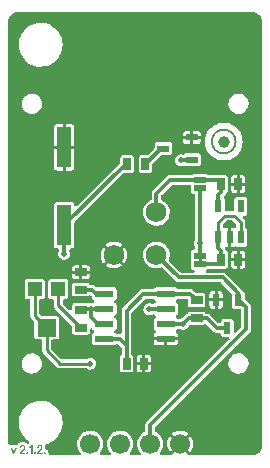
<source format=gbr>
%TF.GenerationSoftware,KiCad,Pcbnew,(6.0.2)*%
%TF.CreationDate,2022-05-16T11:26:32+02:00*%
%TF.ProjectId,Pir_movement_sensor,5069725f-6d6f-4766-956d-656e745f7365,rev?*%
%TF.SameCoordinates,PX55d4a80PY7bfa480*%
%TF.FileFunction,Copper,L1,Top*%
%TF.FilePolarity,Positive*%
%FSLAX46Y46*%
G04 Gerber Fmt 4.6, Leading zero omitted, Abs format (unit mm)*
G04 Created by KiCad (PCBNEW (6.0.2)) date 2022-05-16 11:26:32*
%MOMM*%
%LPD*%
G01*
G04 APERTURE LIST*
%TA.AperFunction,EtchedComponent*%
%ADD10C,0.200000*%
%TD*%
%TA.AperFunction,EtchedComponent*%
%ADD11C,0.100000*%
%TD*%
%TA.AperFunction,SMDPad,CuDef*%
%ADD12C,1.000000*%
%TD*%
%TA.AperFunction,SMDPad,CuDef*%
%ADD13R,1.000000X0.640000*%
%TD*%
%TA.AperFunction,SMDPad,CuDef*%
%ADD14R,0.660000X1.000000*%
%TD*%
%TA.AperFunction,SMDPad,CuDef*%
%ADD15R,1.000000X0.600000*%
%TD*%
%TA.AperFunction,SMDPad,CuDef*%
%ADD16R,1.200000X3.400000*%
%TD*%
%TA.AperFunction,SMDPad,CuDef*%
%ADD17R,1.550000X0.600000*%
%TD*%
%TA.AperFunction,SMDPad,CuDef*%
%ADD18R,0.640000X1.000000*%
%TD*%
%TA.AperFunction,ComponentPad*%
%ADD19C,1.700000*%
%TD*%
%TA.AperFunction,SMDPad,CuDef*%
%ADD20R,0.600000X1.100000*%
%TD*%
%TA.AperFunction,SMDPad,CuDef*%
%ADD21R,1.000000X0.500000*%
%TD*%
%TA.AperFunction,SMDPad,CuDef*%
%ADD22R,1.000000X0.660000*%
%TD*%
%TA.AperFunction,SMDPad,CuDef*%
%ADD23R,1.200000X1.200000*%
%TD*%
%TA.AperFunction,SMDPad,CuDef*%
%ADD24R,1.600000X1.500000*%
%TD*%
%TA.AperFunction,SMDPad,CuDef*%
%ADD25R,0.600000X1.000000*%
%TD*%
%TA.AperFunction,ComponentPad*%
%ADD26C,1.750000*%
%TD*%
%TA.AperFunction,ViaPad*%
%ADD27C,0.500000*%
%TD*%
%TA.AperFunction,Conductor*%
%ADD28C,0.254000*%
%TD*%
%TA.AperFunction,Conductor*%
%ADD29C,0.300000*%
%TD*%
%TA.AperFunction,Conductor*%
%ADD30C,0.250000*%
%TD*%
G04 APERTURE END LIST*
%TO.C,REF\u002A\u002A*%
G36*
X3001105Y1117826D02*
G01*
X3052917Y1097824D01*
X3095978Y1065736D01*
X3128482Y1022814D01*
X3148901Y971280D01*
X3155708Y913356D01*
X3150151Y853627D01*
X3133483Y798898D01*
X3104034Y745280D01*
X3060140Y688884D01*
X2853448Y453299D01*
X2849003Y444409D01*
X2852336Y437186D01*
X2861226Y434407D01*
X3141261Y434407D01*
X3163486Y412182D01*
X3163486Y357731D01*
X3157930Y341618D01*
X3141261Y335506D01*
X2738989Y335506D01*
X2723431Y342174D01*
X2716764Y357731D01*
X2716764Y429962D01*
X2726765Y457744D01*
X2975685Y745558D01*
X3008189Y787646D01*
X3030136Y827234D01*
X3046805Y910023D01*
X3039999Y958362D01*
X3019579Y994478D01*
X2942348Y1024481D01*
X2894703Y1016147D01*
X2858448Y991144D01*
X2835529Y951417D01*
X2827889Y898910D01*
X2827889Y882241D01*
X2821221Y866684D01*
X2805664Y860016D01*
X2747879Y860016D01*
X2731766Y866128D01*
X2725654Y882241D01*
X2725654Y910023D01*
X2732460Y969752D01*
X2752879Y1022259D01*
X2785661Y1065598D01*
X2829556Y1097824D01*
X2882479Y1117826D01*
X2942348Y1124494D01*
X3001105Y1117826D01*
G37*
G36*
X1532032Y1117826D02*
G01*
X1583844Y1097824D01*
X1626905Y1065736D01*
X1659409Y1022814D01*
X1679829Y971280D01*
X1686635Y913356D01*
X1681079Y853627D01*
X1664410Y798898D01*
X1634962Y745280D01*
X1591067Y688884D01*
X1384375Y453299D01*
X1379930Y444409D01*
X1383264Y437186D01*
X1392154Y434407D01*
X1672189Y434407D01*
X1694414Y412182D01*
X1694414Y357731D01*
X1688857Y341618D01*
X1672189Y335506D01*
X1269916Y335506D01*
X1254359Y342174D01*
X1247691Y357731D01*
X1247691Y429962D01*
X1257692Y457744D01*
X1506612Y745558D01*
X1539117Y787646D01*
X1561064Y827234D01*
X1577732Y910023D01*
X1570926Y958362D01*
X1550507Y994478D01*
X1473275Y1024481D01*
X1425630Y1016147D01*
X1389376Y991144D01*
X1366456Y951417D01*
X1358816Y898910D01*
X1358816Y882241D01*
X1352149Y866684D01*
X1336591Y860016D01*
X1278806Y860016D01*
X1262693Y866128D01*
X1256581Y882241D01*
X1256581Y910023D01*
X1263388Y969752D01*
X1283807Y1022259D01*
X1316589Y1065598D01*
X1360483Y1097824D01*
X1413406Y1117826D01*
X1473275Y1124494D01*
X1532032Y1117826D01*
G37*
G36*
X2315603Y1106714D02*
G01*
X2322270Y1091156D01*
X2322270Y357731D01*
X2315603Y342174D01*
X2300045Y335506D01*
X2241149Y335506D01*
X2225591Y342174D01*
X2218924Y357731D01*
X2218924Y967808D01*
X2215034Y973364D01*
X2208923Y972253D01*
X2052236Y828901D01*
X2041124Y824456D01*
X2031678Y828346D01*
X2027789Y837791D01*
X2027789Y905578D01*
X2040013Y942249D01*
X2208923Y1103380D01*
X2231148Y1113381D01*
X2300045Y1113381D01*
X2315603Y1106714D01*
G37*
G36*
X578719Y874463D02*
G01*
X707624Y504416D01*
X715402Y497749D01*
X723181Y504416D01*
X852086Y874463D01*
X873200Y891131D01*
X942097Y891131D01*
X958211Y886686D01*
X964322Y875574D01*
X959877Y856683D01*
X767631Y352175D01*
X746517Y335506D01*
X685399Y335506D01*
X664285Y352175D01*
X470927Y856683D01*
X466482Y874463D01*
X472594Y886131D01*
X488707Y891131D01*
X557605Y891131D01*
X578719Y874463D01*
G37*
G36*
X1937777Y473301D02*
G01*
X1944445Y457744D01*
X1944445Y357731D01*
X1937777Y342174D01*
X1922220Y335506D01*
X1822207Y335506D01*
X1806650Y342174D01*
X1799982Y357731D01*
X1799982Y457744D01*
X1806650Y473301D01*
X1822207Y479969D01*
X1922220Y479969D01*
X1937777Y473301D01*
G37*
G36*
X3406850Y473301D02*
G01*
X3413518Y457744D01*
X3413518Y357731D01*
X3406850Y342174D01*
X3391293Y335506D01*
X3291280Y335506D01*
X3275723Y342174D01*
X3269055Y357731D01*
X3269055Y457744D01*
X3275723Y473301D01*
X3291280Y479969D01*
X3391293Y479969D01*
X3406850Y473301D01*
G37*
G36*
X2604528Y473301D02*
G01*
X2611195Y457744D01*
X2611195Y357731D01*
X2604528Y342174D01*
X2588970Y335506D01*
X2488958Y335506D01*
X2473400Y342174D01*
X2466733Y357731D01*
X2466733Y457744D01*
X2473400Y473301D01*
X2488958Y479969D01*
X2588970Y479969D01*
X2604528Y473301D01*
G37*
D10*
%TO.C,FD1*%
X19500000Y26800000D02*
G75*
G03*
X19500000Y26800000I-1000000J0D01*
G01*
D11*
%TO.C,JP1*%
X16600000Y16900000D02*
X16600000Y16700000D01*
X16600000Y16700000D02*
X16400000Y16700000D01*
X16400000Y16700000D02*
X16400000Y16900000D01*
X16400000Y16900000D02*
X16600000Y16900000D01*
G36*
X16600000Y16700000D02*
G01*
X16400000Y16700000D01*
X16400000Y16900000D01*
X16600000Y16900000D01*
X16600000Y16700000D01*
G37*
X16600000Y16700000D02*
X16400000Y16700000D01*
X16400000Y16900000D01*
X16600000Y16900000D01*
X16600000Y16700000D01*
%TD*%
D12*
%TO.P,FD1,1*%
%TO.N,N/C*%
X18500000Y26800000D03*
%TD*%
D13*
%TO.P,R2,1*%
%TO.N,TRIG*%
X16200000Y11825000D03*
%TO.P,R2,2*%
%TO.N,5V*%
X16200000Y13375000D03*
%TD*%
D14*
%TO.P,C2,1*%
%TO.N,GND*%
X19730000Y23200000D03*
%TO.P,C2,2*%
%TO.N,3V3*%
X18270000Y23200000D03*
%TD*%
%TO.P,C3,1*%
%TO.N,5V*%
X10270000Y8000000D03*
%TO.P,C3,2*%
%TO.N,GND*%
X11730000Y8000000D03*
%TD*%
D15*
%TO.P,Q2,1,B*%
%TO.N,TRIG*%
X15800000Y25250000D03*
%TO.P,Q2,2,E*%
%TO.N,GND*%
X15800000Y27150000D03*
%TO.P,Q2,3,C*%
%TO.N,Net-(Q2-Pad3)*%
X13400000Y26200000D03*
%TD*%
D16*
%TO.P,C5,1,+*%
%TO.N,Net-(C5-Pad1)*%
X5000000Y19700000D03*
%TO.P,C5,2,-*%
%TO.N,GND*%
X5000000Y26300000D03*
%TD*%
D14*
%TO.P,C1,1*%
%TO.N,GND*%
X19730000Y16800000D03*
%TO.P,C1,2*%
%TO.N,Net-(C1-Pad2)*%
X18270000Y16800000D03*
%TD*%
D17*
%TO.P,U3,1,GND*%
%TO.N,GND*%
X13600000Y10095000D03*
%TO.P,U3,2,TRIG*%
%TO.N,TRIG*%
X13600000Y11365000D03*
%TO.P,U3,3,OUT*%
%TO.N,OUT*%
X13600000Y12635000D03*
%TO.P,U3,4,RESET*%
%TO.N,5V*%
X13600000Y13905000D03*
%TO.P,U3,5,CONT*%
%TO.N,Net-(C4-Pad1)*%
X8400000Y13905000D03*
%TO.P,U3,6,THRESH*%
%TO.N,Net-(C5-Pad1)*%
X8400000Y12635000D03*
%TO.P,U3,7,DISCH*%
X8400000Y11365000D03*
%TO.P,U3,8,Vcc*%
%TO.N,5V*%
X8400000Y10095000D03*
%TD*%
D18*
%TO.P,R4,1*%
%TO.N,Net-(Q2-Pad3)*%
X11875000Y24900000D03*
%TO.P,R4,2*%
%TO.N,Net-(C5-Pad1)*%
X10325000Y24900000D03*
%TD*%
D13*
%TO.P,R3,1*%
%TO.N,Net-(C5-Pad1)*%
X6400000Y12575000D03*
%TO.P,R3,2*%
%TO.N,Net-(R1-Pad1)*%
X6400000Y11025000D03*
%TD*%
D19*
%TO.P,K1,1*%
%TO.N,GND*%
X14810000Y1200000D03*
%TO.P,K1,2*%
%TO.N,REL*%
X12270000Y1200000D03*
%TO.P,K1,3*%
%TO.N,OUT*%
X9730000Y1200000D03*
%TO.P,K1,4*%
%TO.N,5V*%
X7190000Y1200000D03*
%TD*%
D20*
%TO.P,U2,1,VIN*%
%TO.N,Net-(C1-Pad2)*%
X18050000Y18700000D03*
%TO.P,U2,2,GND*%
%TO.N,GND*%
X19000000Y18700000D03*
%TO.P,U2,3,EN*%
%TO.N,Net-(C1-Pad2)*%
X19950000Y18700000D03*
%TO.P,U2,4,NC*%
%TO.N,unconnected-(U2-Pad4)*%
X19950000Y21300000D03*
%TO.P,U2,5,VOUT*%
%TO.N,3V3*%
X18050000Y21300000D03*
%TD*%
D21*
%TO.P,JP2,1*%
%TO.N,5V*%
X16500000Y22850000D03*
%TO.P,JP2,2*%
%TO.N,3V3*%
X16500000Y23550000D03*
%TD*%
D22*
%TO.P,C4,1*%
%TO.N,Net-(C4-Pad1)*%
X6400000Y14270000D03*
%TO.P,C4,2*%
%TO.N,GND*%
X6400000Y15730000D03*
%TD*%
D23*
%TO.P,R1,1*%
%TO.N,Net-(R1-Pad1)*%
X4500000Y14300000D03*
D24*
%TO.P,R1,2*%
%TO.N,5V*%
X3500000Y11050000D03*
D23*
%TO.P,R1,3*%
X2500000Y14300000D03*
%TD*%
D25*
%TO.P,Q1,1,G*%
%TO.N,REL*%
X19750000Y13400000D03*
%TO.P,Q1,2,S*%
%TO.N,GND*%
X17850000Y13400000D03*
%TO.P,Q1,3,D*%
%TO.N,TRIG*%
X18800000Y11000000D03*
%TD*%
D21*
%TO.P,JP1,1*%
%TO.N,Net-(C1-Pad2)*%
X16500000Y16450000D03*
%TO.P,JP1,2*%
%TO.N,5V*%
X16500000Y17150000D03*
%TD*%
D26*
%TO.P,U1,1,VDD*%
%TO.N,3V3*%
X12796051Y20796051D03*
%TO.P,U1,2,REL*%
%TO.N,REL*%
X12796051Y17203949D03*
%TO.P,U1,3,VSS*%
%TO.N,GND*%
X9203949Y17203949D03*
%TD*%
D27*
%TO.N,GND*%
X4500000Y7000000D03*
X10200000Y21800000D03*
X6600000Y17300000D03*
X20800000Y23100000D03*
X4700000Y9200000D03*
X18000000Y7100000D03*
X20900000Y17800000D03*
X2500000Y22800000D03*
X14300000Y6700000D03*
X11000000Y3300000D03*
X11000000Y6700000D03*
X21100000Y19900000D03*
X12900000Y8700000D03*
X21100000Y16800000D03*
X5100000Y23700000D03*
X20200000Y15400000D03*
X8800000Y9000000D03*
X17300000Y10100000D03*
X1000000Y9600000D03*
X16400000Y5400000D03*
X15300000Y21500000D03*
X15300000Y10100000D03*
X4500000Y16000000D03*
X19000000Y19800000D03*
X16800000Y14400000D03*
X21000000Y9900000D03*
X3510000Y12790000D03*
X17800000Y24500000D03*
X1900000Y20300000D03*
X2400000Y26000000D03*
X5800000Y9600000D03*
X8600000Y4200000D03*
X6900000Y25900000D03*
X10300000Y15200000D03*
X11100000Y10100000D03*
X14300000Y22600000D03*
X19800000Y24500000D03*
X15400000Y19100000D03*
X5500000Y5700000D03*
X6700000Y9900000D03*
X8400000Y15300000D03*
X7700000Y29800000D03*
X20900000Y14300000D03*
X12100000Y23400000D03*
X11700000Y15200000D03*
X8600000Y7200000D03*
X8100000Y20400000D03*
X1000000Y15200000D03*
X4500000Y29700000D03*
X1800000Y17800000D03*
X16000000Y8100000D03*
X18900000Y12300000D03*
X12000000Y11100000D03*
X18000000Y12200000D03*
X14100000Y8400000D03*
X13500000Y24600000D03*
%TO.N,Net-(C5-Pad1)*%
X5000000Y17300000D03*
X7265000Y12635000D03*
%TO.N,5V*%
X7200000Y8000000D03*
X16500000Y18200000D03*
%TO.N,TRIG*%
X15065000Y11365000D03*
X14900000Y25200000D03*
%TO.N,OUT*%
X12200000Y12600000D03*
%TD*%
D28*
%TO.N,Net-(C1-Pad2)*%
X19400000Y20500000D02*
X19950000Y19950000D01*
D29*
X16500000Y16450000D02*
X17920000Y16450000D01*
X18270000Y17530000D02*
X18050000Y17750000D01*
X17920000Y16450000D02*
X18270000Y16800000D01*
D28*
X18599511Y20500000D02*
X19400000Y20500000D01*
X18050000Y19950489D02*
X18599511Y20500000D01*
D29*
X18270000Y16800000D02*
X18270000Y17530000D01*
X18050000Y17750000D02*
X18050000Y18700000D01*
D28*
X19950000Y19950000D02*
X19950000Y18700000D01*
X18050000Y18700000D02*
X18050000Y19950489D01*
D29*
%TO.N,3V3*%
X16500000Y23550000D02*
X13950000Y23550000D01*
X12796051Y22396051D02*
X12796051Y20796051D01*
X18300000Y22500000D02*
X18300000Y23170000D01*
X16500000Y23550000D02*
X17920000Y23550000D01*
X18300000Y23170000D02*
X18270000Y23200000D01*
X13950000Y23550000D02*
X12796051Y22396051D01*
X18050000Y21300000D02*
X18050000Y22250000D01*
X17920000Y23550000D02*
X18270000Y23200000D01*
X18050000Y22250000D02*
X18300000Y22500000D01*
%TO.N,Net-(C4-Pad1)*%
X7330000Y14270000D02*
X6400000Y14270000D01*
X8400000Y13905000D02*
X7695000Y13905000D01*
X7695000Y13905000D02*
X7330000Y14270000D01*
%TO.N,REL*%
X12796051Y17203949D02*
X14700000Y15300000D01*
X19750000Y13400000D02*
X20400000Y12750000D01*
X18400000Y15300000D02*
X19750000Y13950000D01*
X14700000Y15300000D02*
X18400000Y15300000D01*
X12270000Y2770000D02*
X12270000Y1200000D01*
X19750000Y13950000D02*
X19750000Y13400000D01*
X20400000Y10900000D02*
X12270000Y2770000D01*
X20400000Y12750000D02*
X20400000Y10900000D01*
%TO.N,Net-(C5-Pad1)*%
X6460000Y12635000D02*
X6400000Y12575000D01*
X7265000Y11935000D02*
X7265000Y12635000D01*
X8400000Y12635000D02*
X7365000Y12635000D01*
X5000000Y17300000D02*
X5000000Y19700000D01*
X7365000Y12635000D02*
X6460000Y12635000D01*
X7835000Y11365000D02*
X7265000Y11935000D01*
X10200000Y24900000D02*
X5000000Y19700000D01*
X10325000Y24900000D02*
X10200000Y24900000D01*
X8400000Y11365000D02*
X7835000Y11365000D01*
X7365000Y12635000D02*
X7265000Y12635000D01*
%TO.N,5V*%
X10270000Y12470000D02*
X11705000Y13905000D01*
D30*
X3500000Y9130000D02*
X4630000Y8000000D01*
D29*
X13600000Y13905000D02*
X15670000Y13905000D01*
D30*
X3500000Y11050000D02*
X3500000Y9130000D01*
D29*
X11705000Y13905000D02*
X13600000Y13905000D01*
X15670000Y13905000D02*
X16200000Y13375000D01*
X10270000Y8000000D02*
X10270000Y9530000D01*
D30*
X2500000Y12050000D02*
X3500000Y11050000D01*
D29*
X10270000Y9530000D02*
X10270000Y12470000D01*
X9705000Y10095000D02*
X8400000Y10095000D01*
D30*
X4630000Y8000000D02*
X7200000Y8000000D01*
D29*
X16500000Y17150000D02*
X16500000Y18200000D01*
X10270000Y9530000D02*
X9705000Y10095000D01*
D30*
X2500000Y14300000D02*
X2500000Y12050000D01*
D29*
X16500000Y18200000D02*
X16500000Y22850000D01*
D30*
%TO.N,Net-(R1-Pad1)*%
X4500000Y14300000D02*
X4500000Y12925000D01*
X4500000Y12925000D02*
X6400000Y11025000D01*
X6400000Y11025000D02*
X6185000Y11025000D01*
D29*
%TO.N,TRIG*%
X17075000Y11825000D02*
X16200000Y11825000D01*
X15525000Y11825000D02*
X15065000Y11365000D01*
X15065000Y11365000D02*
X13600000Y11365000D01*
X18800000Y11000000D02*
X17900000Y11000000D01*
X17900000Y11000000D02*
X17075000Y11825000D01*
X16200000Y11825000D02*
X15525000Y11825000D01*
X14900000Y25200000D02*
X15750000Y25200000D01*
X15750000Y25200000D02*
X15800000Y25250000D01*
%TO.N,OUT*%
X12235000Y12635000D02*
X12200000Y12600000D01*
X13600000Y12635000D02*
X12235000Y12635000D01*
%TO.N,Net-(Q2-Pad3)*%
X13175000Y26200000D02*
X11875000Y24900000D01*
X13400000Y26200000D02*
X13175000Y26200000D01*
%TD*%
%TA.AperFunction,Conductor*%
%TO.N,GND*%
G36*
X20987153Y37743579D02*
G01*
X21000000Y37741024D01*
X21012172Y37743445D01*
X21019754Y37743445D01*
X21032104Y37742838D01*
X21133188Y37732882D01*
X21157408Y37728065D01*
X21273617Y37692813D01*
X21296418Y37683369D01*
X21403517Y37626124D01*
X21424047Y37612406D01*
X21517909Y37535374D01*
X21535374Y37517909D01*
X21612406Y37424047D01*
X21626124Y37403517D01*
X21683369Y37296418D01*
X21692813Y37273617D01*
X21728065Y37157408D01*
X21732882Y37133188D01*
X21742838Y37032104D01*
X21743445Y37019754D01*
X21743445Y37012172D01*
X21741024Y37000000D01*
X21743445Y36987830D01*
X21743579Y36987156D01*
X21746000Y36962575D01*
X21746000Y1037425D01*
X21743579Y1012847D01*
X21741024Y1000000D01*
X21743445Y987828D01*
X21743445Y980246D01*
X21742838Y967896D01*
X21732882Y866812D01*
X21728065Y842592D01*
X21692813Y726383D01*
X21683369Y703582D01*
X21626124Y596483D01*
X21612406Y575953D01*
X21535374Y482091D01*
X21517909Y464626D01*
X21424047Y387594D01*
X21403517Y373876D01*
X21296418Y316631D01*
X21273617Y307187D01*
X21157408Y271935D01*
X21133188Y267118D01*
X21032104Y257162D01*
X21019754Y256555D01*
X21012172Y256555D01*
X21000000Y258976D01*
X20987153Y256421D01*
X20962575Y254000D01*
X15610281Y254000D01*
X15542160Y274002D01*
X15501275Y316805D01*
X15484287Y346108D01*
X14822812Y1007583D01*
X14808868Y1015197D01*
X14807035Y1015066D01*
X14800420Y1010815D01*
X14134480Y344875D01*
X14120686Y319614D01*
X14070483Y269412D01*
X14010099Y254000D01*
X13188575Y254000D01*
X13120454Y274002D01*
X13073961Y327658D01*
X13063857Y397932D01*
X13091701Y460569D01*
X13180449Y567276D01*
X13180456Y567286D01*
X13184147Y571724D01*
X13283334Y748835D01*
X13285190Y754302D01*
X13285192Y754307D01*
X13346728Y935586D01*
X13346729Y935591D01*
X13348584Y941055D01*
X13349412Y946764D01*
X13349413Y946769D01*
X13371156Y1096733D01*
X13377712Y1141947D01*
X13379232Y1200000D01*
X13377095Y1223257D01*
X13702028Y1223257D01*
X13714542Y1032324D01*
X13716343Y1020954D01*
X13763443Y835498D01*
X13767284Y824652D01*
X13847394Y650880D01*
X13853145Y640919D01*
X13933029Y527884D01*
X13943618Y519496D01*
X13956920Y526525D01*
X14617583Y1187188D01*
X14623961Y1198868D01*
X14994803Y1198868D01*
X14994934Y1197035D01*
X14999185Y1190420D01*
X15662729Y526876D01*
X15676038Y519608D01*
X15686073Y526728D01*
X15720042Y567570D01*
X15726554Y577045D01*
X15820056Y744006D01*
X15824730Y754503D01*
X15886238Y935698D01*
X15888926Y946894D01*
X15916678Y1138301D01*
X15917308Y1145682D01*
X15918633Y1196296D01*
X15918390Y1203695D01*
X15900693Y1396293D01*
X15898595Y1407614D01*
X15846658Y1591769D01*
X15842533Y1602516D01*
X15757903Y1774129D01*
X15751893Y1783937D01*
X15686486Y1871527D01*
X15675228Y1879976D01*
X15662809Y1873204D01*
X15002417Y1212812D01*
X14994803Y1198868D01*
X14623961Y1198868D01*
X14625197Y1201132D01*
X14625066Y1202965D01*
X14620815Y1209580D01*
X13957488Y1872907D01*
X13944647Y1879919D01*
X13933958Y1872124D01*
X13883717Y1808394D01*
X13877452Y1798746D01*
X13788360Y1629411D01*
X13783951Y1618768D01*
X13727213Y1436041D01*
X13724819Y1424779D01*
X13702329Y1234759D01*
X13702028Y1223257D01*
X13377095Y1223257D01*
X13365720Y1347050D01*
X13361187Y1396387D01*
X13361186Y1396390D01*
X13360658Y1402141D01*
X13354273Y1424779D01*
X13307125Y1591954D01*
X13307124Y1591956D01*
X13305557Y1597513D01*
X13302073Y1604579D01*
X13218331Y1774391D01*
X13215776Y1779572D01*
X13094320Y1942221D01*
X12961499Y2065000D01*
X14128536Y2065000D01*
X14134370Y2055235D01*
X14797188Y1392417D01*
X14811132Y1384803D01*
X14812965Y1384934D01*
X14819580Y1389185D01*
X15485161Y2054766D01*
X15492775Y2068710D01*
X15492738Y2069227D01*
X15487561Y2076946D01*
X15480062Y2082700D01*
X15318236Y2184805D01*
X15307989Y2190026D01*
X15130260Y2260932D01*
X15119232Y2264199D01*
X14931561Y2301529D01*
X14920115Y2302732D01*
X14728792Y2305236D01*
X14717312Y2304333D01*
X14528737Y2271930D01*
X14517617Y2268950D01*
X14338095Y2202721D01*
X14327717Y2197771D01*
X14163273Y2099937D01*
X14153961Y2093171D01*
X14136932Y2078237D01*
X14128536Y2065000D01*
X12961499Y2065000D01*
X12949503Y2076089D01*
X12945258Y2080013D01*
X12940375Y2083094D01*
X12940371Y2083097D01*
X12781610Y2183267D01*
X12773581Y2188333D01*
X12768221Y2190472D01*
X12768214Y2190475D01*
X12753811Y2196221D01*
X12697951Y2240041D01*
X12674500Y2313251D01*
X12674500Y2550260D01*
X12694502Y2618381D01*
X12711405Y2639355D01*
X18120031Y8047981D01*
X18891801Y8047981D01*
X18892158Y8041164D01*
X18892158Y8041160D01*
X18896473Y7958840D01*
X18901518Y7862576D01*
X18903328Y7856004D01*
X18903329Y7855999D01*
X18944553Y7706338D01*
X18950821Y7683583D01*
X19037410Y7519352D01*
X19157245Y7377546D01*
X19162668Y7373399D01*
X19162670Y7373398D01*
X19299315Y7268925D01*
X19299319Y7268923D01*
X19304736Y7264781D01*
X19310916Y7261899D01*
X19310918Y7261898D01*
X19466823Y7189198D01*
X19466826Y7189197D01*
X19473000Y7186318D01*
X19479648Y7184832D01*
X19479651Y7184831D01*
X19578711Y7162689D01*
X19654188Y7145818D01*
X19659876Y7145500D01*
X19796385Y7145500D01*
X19934573Y7160512D01*
X20055210Y7201111D01*
X20104064Y7217552D01*
X20104066Y7217553D01*
X20110535Y7219730D01*
X20269677Y7315351D01*
X20274634Y7320039D01*
X20274637Y7320041D01*
X20399614Y7438227D01*
X20399616Y7438229D01*
X20404572Y7442916D01*
X20508928Y7596471D01*
X20511463Y7602808D01*
X20575342Y7762516D01*
X20575343Y7762521D01*
X20577876Y7768853D01*
X20578990Y7775580D01*
X20578991Y7775585D01*
X20607084Y7945282D01*
X20607084Y7945285D01*
X20608199Y7952019D01*
X20606589Y7982753D01*
X20598839Y8130611D01*
X20598482Y8137424D01*
X20596672Y8143996D01*
X20596671Y8144001D01*
X20550992Y8309835D01*
X20549179Y8316417D01*
X20462590Y8480648D01*
X20342755Y8622454D01*
X20337330Y8626602D01*
X20200685Y8731075D01*
X20200681Y8731077D01*
X20195264Y8735219D01*
X20189084Y8738101D01*
X20189082Y8738102D01*
X20033177Y8810802D01*
X20033174Y8810803D01*
X20027000Y8813682D01*
X20020352Y8815168D01*
X20020349Y8815169D01*
X19850849Y8853056D01*
X19850850Y8853056D01*
X19845812Y8854182D01*
X19840124Y8854500D01*
X19703615Y8854500D01*
X19565427Y8839488D01*
X19480189Y8810802D01*
X19395936Y8782448D01*
X19395934Y8782447D01*
X19389465Y8780270D01*
X19230323Y8684649D01*
X19225366Y8679961D01*
X19225363Y8679959D01*
X19127198Y8587128D01*
X19095428Y8557084D01*
X18991072Y8403529D01*
X18988539Y8397195D01*
X18988537Y8397192D01*
X18924658Y8237484D01*
X18924657Y8237479D01*
X18922124Y8231147D01*
X18921010Y8224420D01*
X18921009Y8224415D01*
X18892916Y8054718D01*
X18891801Y8047981D01*
X18120031Y8047981D01*
X20708535Y10636485D01*
X20708538Y10636489D01*
X20731326Y10659277D01*
X20741457Y10679160D01*
X20751787Y10696017D01*
X20759076Y10706050D01*
X20764904Y10714071D01*
X20767969Y10723503D01*
X20771801Y10735295D01*
X20779365Y10753557D01*
X20784995Y10764606D01*
X20784996Y10764610D01*
X20789498Y10773445D01*
X20792988Y10795483D01*
X20797605Y10814714D01*
X20801435Y10826501D01*
X20804500Y10835934D01*
X20804500Y12814066D01*
X20797605Y12835287D01*
X20792989Y12854513D01*
X20791049Y12866762D01*
X20789498Y12876555D01*
X20779366Y12896439D01*
X20771801Y12914705D01*
X20767970Y12926496D01*
X20764905Y12935929D01*
X20751784Y12953989D01*
X20741454Y12970846D01*
X20737340Y12978920D01*
X20731326Y12990723D01*
X20708538Y13013511D01*
X20708535Y13013515D01*
X20341404Y13380646D01*
X20307378Y13442958D01*
X20304499Y13469741D01*
X20304499Y13925066D01*
X20295661Y13969501D01*
X20292156Y13987126D01*
X20292155Y13987128D01*
X20289734Y13999301D01*
X20233484Y14083484D01*
X20219976Y14092510D01*
X20159619Y14132840D01*
X20159618Y14132841D01*
X20149301Y14139734D01*
X20137597Y14142062D01*
X20084988Y14183537D01*
X20081326Y14190723D01*
X20058538Y14213511D01*
X20058535Y14213515D01*
X18663515Y15608535D01*
X18663511Y15608538D01*
X18640723Y15631326D01*
X18620844Y15641455D01*
X18603989Y15651784D01*
X18593953Y15659075D01*
X18585929Y15664905D01*
X18564704Y15671801D01*
X18546438Y15679367D01*
X18526555Y15689498D01*
X18504513Y15692989D01*
X18485287Y15697605D01*
X18473500Y15701435D01*
X18473498Y15701435D01*
X18464066Y15704500D01*
X17092773Y15704500D01*
X17024652Y15724502D01*
X16978159Y15778158D01*
X16968055Y15848432D01*
X16997549Y15913012D01*
X17057275Y15951396D01*
X17068194Y15954079D01*
X17087126Y15957844D01*
X17087128Y15957845D01*
X17099301Y15960266D01*
X17109621Y15967161D01*
X17109622Y15967162D01*
X17183484Y16016516D01*
X17184329Y16015251D01*
X17234452Y16042621D01*
X17261235Y16045500D01*
X17984066Y16045500D01*
X18625066Y16045501D01*
X18660818Y16052612D01*
X18687126Y16057844D01*
X18687128Y16057845D01*
X18699301Y16060266D01*
X18709621Y16067161D01*
X18709622Y16067162D01*
X18773168Y16109623D01*
X18783484Y16116516D01*
X18839734Y16200699D01*
X18854500Y16274933D01*
X18854500Y16281172D01*
X19146001Y16281172D01*
X19147209Y16268912D01*
X19158315Y16213069D01*
X19167633Y16190573D01*
X19209983Y16127192D01*
X19227192Y16109983D01*
X19290575Y16067632D01*
X19313066Y16058316D01*
X19368915Y16047207D01*
X19381170Y16046000D01*
X19584885Y16046000D01*
X19600124Y16050475D01*
X19601329Y16051865D01*
X19603000Y16059548D01*
X19603000Y16064116D01*
X19857000Y16064116D01*
X19861475Y16048877D01*
X19862865Y16047672D01*
X19870548Y16046001D01*
X20078828Y16046001D01*
X20091088Y16047209D01*
X20146931Y16058315D01*
X20169427Y16067633D01*
X20232808Y16109983D01*
X20250017Y16127192D01*
X20292368Y16190575D01*
X20301684Y16213066D01*
X20312793Y16268915D01*
X20314000Y16281170D01*
X20314000Y16654885D01*
X20309525Y16670124D01*
X20308135Y16671329D01*
X20300452Y16673000D01*
X19875115Y16673000D01*
X19859876Y16668525D01*
X19858671Y16667135D01*
X19857000Y16659452D01*
X19857000Y16064116D01*
X19603000Y16064116D01*
X19603000Y16654885D01*
X19598525Y16670124D01*
X19597135Y16671329D01*
X19589452Y16673000D01*
X19164116Y16673000D01*
X19148877Y16668525D01*
X19147672Y16667135D01*
X19146001Y16659452D01*
X19146001Y16281172D01*
X18854500Y16281172D01*
X18854499Y16945115D01*
X19146000Y16945115D01*
X19150475Y16929876D01*
X19151865Y16928671D01*
X19159548Y16927000D01*
X19584885Y16927000D01*
X19600124Y16931475D01*
X19601329Y16932865D01*
X19603000Y16940548D01*
X19603000Y16945115D01*
X19857000Y16945115D01*
X19861475Y16929876D01*
X19862865Y16928671D01*
X19870548Y16927000D01*
X20295884Y16927000D01*
X20311123Y16931475D01*
X20312328Y16932865D01*
X20313999Y16940548D01*
X20313999Y17318828D01*
X20312791Y17331088D01*
X20301685Y17386931D01*
X20292367Y17409427D01*
X20250017Y17472808D01*
X20232808Y17490017D01*
X20169425Y17532368D01*
X20146934Y17541684D01*
X20091085Y17552793D01*
X20078830Y17554000D01*
X19875115Y17554000D01*
X19859876Y17549525D01*
X19858671Y17548135D01*
X19857000Y17540452D01*
X19857000Y16945115D01*
X19603000Y16945115D01*
X19603000Y17535884D01*
X19598525Y17551123D01*
X19597135Y17552328D01*
X19589452Y17553999D01*
X19381172Y17553999D01*
X19368912Y17552791D01*
X19313069Y17541685D01*
X19290573Y17532367D01*
X19227192Y17490017D01*
X19209983Y17472808D01*
X19167632Y17409425D01*
X19158316Y17386934D01*
X19147207Y17331085D01*
X19146000Y17318830D01*
X19146000Y16945115D01*
X18854499Y16945115D01*
X18854499Y17325066D01*
X18847388Y17360818D01*
X18842156Y17387126D01*
X18842155Y17387128D01*
X18839734Y17399301D01*
X18828423Y17416230D01*
X18790377Y17473168D01*
X18783484Y17483484D01*
X18773167Y17490378D01*
X18725256Y17522392D01*
X18679729Y17576869D01*
X18674695Y17594129D01*
X18674500Y17594066D01*
X18667605Y17615287D01*
X18662989Y17634513D01*
X18661779Y17642155D01*
X18659498Y17656555D01*
X18649366Y17676439D01*
X18641801Y17694705D01*
X18641428Y17695853D01*
X18634905Y17715929D01*
X18633915Y17717292D01*
X18621656Y17782578D01*
X18648359Y17848362D01*
X18706388Y17889266D01*
X18747027Y17896000D01*
X18854885Y17896000D01*
X18870124Y17900475D01*
X18871329Y17901865D01*
X18873000Y17909548D01*
X18873000Y19485884D01*
X18868525Y19501123D01*
X18867135Y19502328D01*
X18859452Y19503999D01*
X18681172Y19503999D01*
X18668912Y19502791D01*
X18613069Y19491685D01*
X18605716Y19488639D01*
X18535126Y19481051D01*
X18471640Y19512832D01*
X18435413Y19573891D01*
X18431500Y19605049D01*
X18431500Y19740276D01*
X18451502Y19808397D01*
X18468405Y19829372D01*
X18720630Y20081596D01*
X18782942Y20115621D01*
X18809725Y20118500D01*
X19189787Y20118500D01*
X19257908Y20098498D01*
X19278883Y20081595D01*
X19531596Y19828881D01*
X19565621Y19766569D01*
X19568500Y19739786D01*
X19568500Y19605050D01*
X19548498Y19536929D01*
X19494842Y19490436D01*
X19424568Y19480332D01*
X19394285Y19488640D01*
X19386936Y19491684D01*
X19331085Y19502793D01*
X19318830Y19504000D01*
X19145115Y19504000D01*
X19129876Y19499525D01*
X19128671Y19498135D01*
X19127000Y19490452D01*
X19127000Y17914116D01*
X19131475Y17898877D01*
X19132865Y17897672D01*
X19140548Y17896001D01*
X19318828Y17896001D01*
X19331088Y17897209D01*
X19386933Y17908316D01*
X19420892Y17922381D01*
X19421952Y17919822D01*
X19472299Y17935588D01*
X19527827Y17919284D01*
X19528915Y17921910D01*
X19540379Y17917161D01*
X19550699Y17910266D01*
X19624933Y17895500D01*
X19949947Y17895500D01*
X20275066Y17895501D01*
X20310818Y17902612D01*
X20337126Y17907844D01*
X20337128Y17907845D01*
X20349301Y17910266D01*
X20359621Y17917161D01*
X20359622Y17917162D01*
X20423168Y17959623D01*
X20433484Y17966516D01*
X20489734Y18050699D01*
X20504500Y18124933D01*
X20504499Y19275066D01*
X20489734Y19349301D01*
X20433484Y19433484D01*
X20387498Y19464212D01*
X20341970Y19518688D01*
X20331500Y19568976D01*
X20331500Y19895864D01*
X20334085Y19920153D01*
X20334153Y19921600D01*
X20336345Y19931780D01*
X20332373Y19965340D01*
X20332020Y19971321D01*
X20331928Y19971313D01*
X20331500Y19976492D01*
X20331500Y19981692D01*
X20330647Y19986819D01*
X20330646Y19986827D01*
X20328312Y20000849D01*
X20327475Y20006725D01*
X20322641Y20047569D01*
X20322640Y20047571D01*
X20321417Y20057908D01*
X20317433Y20066205D01*
X20315922Y20075283D01*
X20310978Y20084445D01*
X20310977Y20084449D01*
X20291447Y20120644D01*
X20288751Y20125934D01*
X20269871Y20165253D01*
X20269871Y20165254D01*
X20266440Y20172398D01*
X20262830Y20176692D01*
X20260898Y20178624D01*
X20259111Y20180573D01*
X20259082Y20180626D01*
X20259212Y20180745D01*
X20258711Y20181313D01*
X20255612Y20187057D01*
X20215791Y20223867D01*
X20212226Y20227296D01*
X20159116Y20280406D01*
X20125090Y20342718D01*
X20130155Y20413533D01*
X20172702Y20470369D01*
X20239222Y20495180D01*
X20248209Y20495501D01*
X20275066Y20495501D01*
X20310818Y20502612D01*
X20337126Y20507844D01*
X20337128Y20507845D01*
X20349301Y20510266D01*
X20359621Y20517161D01*
X20359622Y20517162D01*
X20423168Y20559623D01*
X20433484Y20566516D01*
X20489734Y20650699D01*
X20504500Y20724933D01*
X20504499Y21875066D01*
X20489734Y21949301D01*
X20433484Y22033484D01*
X20349301Y22089734D01*
X20275067Y22104500D01*
X19950053Y22104500D01*
X19624934Y22104499D01*
X19589182Y22097388D01*
X19562874Y22092156D01*
X19562872Y22092155D01*
X19550699Y22089734D01*
X19540379Y22082839D01*
X19540378Y22082838D01*
X19489502Y22048843D01*
X19466516Y22033484D01*
X19410266Y21949301D01*
X19395500Y21875067D01*
X19395501Y21383562D01*
X19395501Y21007500D01*
X19375499Y20939379D01*
X19321843Y20892886D01*
X19269501Y20881500D01*
X18730500Y20881500D01*
X18662379Y20901502D01*
X18615886Y20955158D01*
X18604500Y21007500D01*
X18604499Y21868877D01*
X18604499Y21875066D01*
X18589734Y21949301D01*
X18539684Y22024205D01*
X18518468Y22091958D01*
X18537250Y22160425D01*
X18555353Y22183303D01*
X18624313Y22252263D01*
X18624316Y22252267D01*
X18631326Y22259277D01*
X18641459Y22279164D01*
X18651791Y22296023D01*
X18659073Y22306045D01*
X18659074Y22306047D01*
X18664904Y22314071D01*
X18667970Y22323507D01*
X18671801Y22335296D01*
X18679367Y22353563D01*
X18681549Y22357844D01*
X18689498Y22373445D01*
X18692990Y22395493D01*
X18697606Y22414719D01*
X18702537Y22429895D01*
X18742611Y22488501D01*
X18752367Y22495724D01*
X18773167Y22509622D01*
X18773168Y22509623D01*
X18783484Y22516516D01*
X18790377Y22526832D01*
X18790379Y22526834D01*
X18832839Y22590380D01*
X18839734Y22600699D01*
X18854500Y22674933D01*
X18854500Y22681172D01*
X19146001Y22681172D01*
X19147209Y22668912D01*
X19158315Y22613069D01*
X19167633Y22590573D01*
X19209983Y22527192D01*
X19227192Y22509983D01*
X19290575Y22467632D01*
X19313066Y22458316D01*
X19368915Y22447207D01*
X19381170Y22446000D01*
X19584885Y22446000D01*
X19600124Y22450475D01*
X19601329Y22451865D01*
X19603000Y22459548D01*
X19603000Y22464116D01*
X19857000Y22464116D01*
X19861475Y22448877D01*
X19862865Y22447672D01*
X19870548Y22446001D01*
X20078828Y22446001D01*
X20091088Y22447209D01*
X20146931Y22458315D01*
X20169427Y22467633D01*
X20232808Y22509983D01*
X20250017Y22527192D01*
X20292368Y22590575D01*
X20301684Y22613066D01*
X20312793Y22668915D01*
X20314000Y22681170D01*
X20314000Y23054885D01*
X20309525Y23070124D01*
X20308135Y23071329D01*
X20300452Y23073000D01*
X19875115Y23073000D01*
X19859876Y23068525D01*
X19858671Y23067135D01*
X19857000Y23059452D01*
X19857000Y22464116D01*
X19603000Y22464116D01*
X19603000Y23054885D01*
X19598525Y23070124D01*
X19597135Y23071329D01*
X19589452Y23073000D01*
X19164116Y23073000D01*
X19148877Y23068525D01*
X19147672Y23067135D01*
X19146001Y23059452D01*
X19146001Y22681172D01*
X18854500Y22681172D01*
X18854499Y23345115D01*
X19146000Y23345115D01*
X19150475Y23329876D01*
X19151865Y23328671D01*
X19159548Y23327000D01*
X19584885Y23327000D01*
X19600124Y23331475D01*
X19601329Y23332865D01*
X19603000Y23340548D01*
X19603000Y23345115D01*
X19857000Y23345115D01*
X19861475Y23329876D01*
X19862865Y23328671D01*
X19870548Y23327000D01*
X20295884Y23327000D01*
X20311123Y23331475D01*
X20312328Y23332865D01*
X20313999Y23340548D01*
X20313999Y23718828D01*
X20312791Y23731088D01*
X20301685Y23786931D01*
X20292367Y23809427D01*
X20250017Y23872808D01*
X20232808Y23890017D01*
X20169425Y23932368D01*
X20146934Y23941684D01*
X20091085Y23952793D01*
X20078830Y23954000D01*
X19875115Y23954000D01*
X19859876Y23949525D01*
X19858671Y23948135D01*
X19857000Y23940452D01*
X19857000Y23345115D01*
X19603000Y23345115D01*
X19603000Y23935884D01*
X19598525Y23951123D01*
X19597135Y23952328D01*
X19589452Y23953999D01*
X19381172Y23953999D01*
X19368912Y23952791D01*
X19313069Y23941685D01*
X19290573Y23932367D01*
X19227192Y23890017D01*
X19209983Y23872808D01*
X19167632Y23809425D01*
X19158316Y23786934D01*
X19147207Y23731085D01*
X19146000Y23718830D01*
X19146000Y23345115D01*
X18854499Y23345115D01*
X18854499Y23725066D01*
X18847388Y23760818D01*
X18842156Y23787126D01*
X18842155Y23787128D01*
X18839734Y23799301D01*
X18783484Y23883484D01*
X18699301Y23939734D01*
X18625067Y23954500D01*
X18618880Y23954500D01*
X17984380Y23954499D01*
X17984068Y23954499D01*
X17984066Y23954500D01*
X17261235Y23954500D01*
X17193114Y23974502D01*
X17185252Y23980838D01*
X17183484Y23983484D01*
X17099301Y24039734D01*
X17025067Y24054500D01*
X16500085Y24054500D01*
X15974934Y24054499D01*
X15939182Y24047388D01*
X15912874Y24042156D01*
X15912872Y24042155D01*
X15900699Y24039734D01*
X15890379Y24032839D01*
X15890378Y24032838D01*
X15816516Y23983484D01*
X15815671Y23984749D01*
X15765548Y23957379D01*
X15738765Y23954500D01*
X13918166Y23954500D01*
X13918162Y23954499D01*
X13885934Y23954499D01*
X13876497Y23951433D01*
X13876498Y23951433D01*
X13864718Y23947606D01*
X13845493Y23942990D01*
X13823445Y23939498D01*
X13803560Y23929366D01*
X13785296Y23921801D01*
X13773507Y23917970D01*
X13773506Y23917969D01*
X13764071Y23914904D01*
X13756047Y23909074D01*
X13756045Y23909073D01*
X13746023Y23901791D01*
X13729164Y23891459D01*
X13709277Y23881326D01*
X13686485Y23858534D01*
X12487516Y22659566D01*
X12487513Y22659562D01*
X12464725Y22636774D01*
X12460222Y22627936D01*
X12454597Y22616897D01*
X12444267Y22600040D01*
X12431146Y22581980D01*
X12428081Y22572547D01*
X12424250Y22560756D01*
X12416685Y22542490D01*
X12406553Y22522606D01*
X12405002Y22512813D01*
X12403062Y22500564D01*
X12398446Y22481338D01*
X12391551Y22460117D01*
X12391551Y21938638D01*
X12371549Y21870517D01*
X12318326Y21824399D01*
X12318338Y21824375D01*
X12318249Y21824333D01*
X12317893Y21824024D01*
X12315756Y21823143D01*
X12313128Y21821890D01*
X12307705Y21819889D01*
X12129303Y21713751D01*
X12124960Y21709942D01*
X11977576Y21580689D01*
X11977573Y21580686D01*
X11973231Y21576878D01*
X11844714Y21413856D01*
X11748058Y21230144D01*
X11686500Y21031893D01*
X11662101Y20825745D01*
X11675678Y20618601D01*
X11726776Y20417401D01*
X11813685Y20228882D01*
X11933493Y20059357D01*
X11988302Y20005964D01*
X12053841Y19942119D01*
X12082188Y19914504D01*
X12086984Y19911299D01*
X12086987Y19911297D01*
X12156419Y19864904D01*
X12254791Y19799174D01*
X12260094Y19796896D01*
X12260099Y19796893D01*
X12440218Y19719509D01*
X12440221Y19719508D01*
X12445521Y19717231D01*
X12451151Y19715957D01*
X12552366Y19693054D01*
X12647990Y19671416D01*
X12653759Y19671189D01*
X12653762Y19671189D01*
X12732504Y19668096D01*
X12855418Y19663267D01*
X12942283Y19675862D01*
X13055143Y19692225D01*
X13055148Y19692226D01*
X13060857Y19693054D01*
X13257428Y19759781D01*
X13438548Y19861213D01*
X13598150Y19993952D01*
X13730889Y20153554D01*
X13832321Y20334674D01*
X13887325Y20496709D01*
X13897192Y20525777D01*
X13897192Y20525778D01*
X13899048Y20531245D01*
X13899876Y20536954D01*
X13899877Y20536959D01*
X13928028Y20731120D01*
X13928835Y20736684D01*
X13930390Y20796051D01*
X13911395Y21002768D01*
X13855048Y21202562D01*
X13844168Y21224626D01*
X13765788Y21383562D01*
X13763234Y21388741D01*
X13639029Y21555072D01*
X13554903Y21632838D01*
X13490838Y21692059D01*
X13486593Y21695983D01*
X13311030Y21806754D01*
X13305670Y21808892D01*
X13305663Y21808896D01*
X13279859Y21819191D01*
X13224001Y21863012D01*
X13200551Y21936220D01*
X13200551Y22176310D01*
X13220553Y22244431D01*
X13237455Y22265405D01*
X14080644Y23108595D01*
X14142957Y23142620D01*
X14169740Y23145500D01*
X15619500Y23145500D01*
X15687621Y23125498D01*
X15734114Y23071842D01*
X15745500Y23019500D01*
X15745501Y22574934D01*
X15748321Y22560756D01*
X15757718Y22513511D01*
X15760266Y22500699D01*
X15767161Y22490380D01*
X15767162Y22490378D01*
X15796815Y22446000D01*
X15816516Y22416516D01*
X15900699Y22360266D01*
X15948894Y22350679D01*
X15968864Y22346707D01*
X15968866Y22346707D01*
X15974933Y22345500D01*
X15981120Y22345500D01*
X15981851Y22345428D01*
X16047683Y22318845D01*
X16088692Y22260891D01*
X16095500Y22220035D01*
X16095500Y18547926D01*
X16075715Y18481773D01*
X16073999Y18479830D01*
X16012583Y18349018D01*
X16011203Y18340154D01*
X16011202Y18340151D01*
X15991995Y18216791D01*
X15990350Y18206227D01*
X15991514Y18197325D01*
X15991514Y18197322D01*
X16004247Y18099957D01*
X16009088Y18062935D01*
X16067289Y17930661D01*
X16073069Y17923785D01*
X16076470Y17918321D01*
X16095500Y17851736D01*
X16095500Y17779964D01*
X16075498Y17711843D01*
X16021842Y17665350D01*
X15981853Y17654571D01*
X15981122Y17654499D01*
X15974934Y17654499D01*
X15957977Y17651126D01*
X15912874Y17642156D01*
X15912872Y17642155D01*
X15900699Y17639734D01*
X15890379Y17632839D01*
X15890378Y17632838D01*
X15856888Y17610460D01*
X15816516Y17583484D01*
X15760266Y17499301D01*
X15745500Y17425067D01*
X15745501Y16874934D01*
X15754226Y16831066D01*
X15755516Y16824581D01*
X15755516Y16775421D01*
X15745500Y16725067D01*
X15745501Y16174934D01*
X15751070Y16146934D01*
X15755566Y16124331D01*
X15760266Y16100699D01*
X15767161Y16090379D01*
X15767162Y16090378D01*
X15796815Y16046000D01*
X15816516Y16016516D01*
X15900699Y15960266D01*
X15929228Y15954591D01*
X15931803Y15954079D01*
X15994713Y15921171D01*
X16029845Y15859476D01*
X16026045Y15788582D01*
X15984519Y15730996D01*
X15918452Y15705001D01*
X15907222Y15704500D01*
X14919739Y15704500D01*
X14851618Y15724502D01*
X14830644Y15741405D01*
X13887003Y16685046D01*
X13852977Y16747358D01*
X13856785Y16814640D01*
X13892563Y16920040D01*
X13897193Y16933678D01*
X13897193Y16933679D01*
X13899048Y16939143D01*
X13899876Y16944852D01*
X13899877Y16944857D01*
X13928302Y17140908D01*
X13928835Y17144582D01*
X13930390Y17203949D01*
X13911395Y17410666D01*
X13909079Y17418880D01*
X13879885Y17522392D01*
X13855048Y17610460D01*
X13848645Y17623445D01*
X13765788Y17791460D01*
X13763234Y17796639D01*
X13639029Y17962970D01*
X13486593Y18103881D01*
X13311030Y18214652D01*
X13286645Y18224381D01*
X13251852Y18238262D01*
X13118221Y18291576D01*
X13112553Y18292703D01*
X13112551Y18292704D01*
X12920289Y18330947D01*
X12920287Y18330947D01*
X12914622Y18332074D01*
X12908847Y18332150D01*
X12908843Y18332150D01*
X12805108Y18333507D01*
X12707052Y18334791D01*
X12701355Y18333812D01*
X12701354Y18333812D01*
X12508152Y18300614D01*
X12508149Y18300613D01*
X12502462Y18299636D01*
X12307705Y18227787D01*
X12129303Y18121649D01*
X12109043Y18103881D01*
X11977576Y17988587D01*
X11977573Y17988584D01*
X11973231Y17984776D01*
X11844714Y17821754D01*
X11842025Y17816643D01*
X11842023Y17816640D01*
X11815991Y17767161D01*
X11748058Y17638042D01*
X11686500Y17439791D01*
X11662101Y17233643D01*
X11675678Y17026499D01*
X11726776Y16825299D01*
X11813685Y16636780D01*
X11933493Y16467255D01*
X12082188Y16322402D01*
X12086984Y16319197D01*
X12086987Y16319195D01*
X12190519Y16250017D01*
X12254791Y16207072D01*
X12260094Y16204794D01*
X12260099Y16204791D01*
X12440218Y16127407D01*
X12440221Y16127406D01*
X12445521Y16125129D01*
X12451151Y16123855D01*
X12640155Y16081087D01*
X12647990Y16079314D01*
X12653759Y16079087D01*
X12653762Y16079087D01*
X12732504Y16075994D01*
X12855418Y16071165D01*
X12942283Y16083760D01*
X13055143Y16100123D01*
X13055148Y16100124D01*
X13060857Y16100952D01*
X13067763Y16103296D01*
X13096340Y16112997D01*
X13185360Y16143215D01*
X13256292Y16146171D01*
X13314954Y16112997D01*
X14459277Y14968674D01*
X14479164Y14958541D01*
X14496022Y14948209D01*
X14514071Y14935096D01*
X14523506Y14932031D01*
X14523507Y14932030D01*
X14535296Y14928199D01*
X14553560Y14920634D01*
X14573445Y14910502D01*
X14594969Y14907093D01*
X14595493Y14907010D01*
X14614718Y14902394D01*
X14624133Y14899335D01*
X14635934Y14895501D01*
X14668162Y14895501D01*
X14668166Y14895500D01*
X18180260Y14895500D01*
X18248381Y14875498D01*
X18269355Y14858595D01*
X19158595Y13969355D01*
X19192621Y13907043D01*
X19195500Y13880260D01*
X19195501Y13380646D01*
X19195501Y12874934D01*
X19202612Y12839182D01*
X19207806Y12813069D01*
X19210266Y12800699D01*
X19217161Y12790379D01*
X19217162Y12790378D01*
X19250723Y12740151D01*
X19266516Y12716516D01*
X19350699Y12660266D01*
X19424933Y12645500D01*
X19470351Y12645500D01*
X19869500Y12645501D01*
X19937621Y12625499D01*
X19984114Y12571844D01*
X19995500Y12519501D01*
X19995500Y11119740D01*
X19975498Y11051619D01*
X19958595Y11030645D01*
X19569595Y10641645D01*
X19507283Y10607619D01*
X19436468Y10612684D01*
X19379632Y10655231D01*
X19354821Y10721751D01*
X19354500Y10730740D01*
X19354499Y11518877D01*
X19354499Y11525066D01*
X19345998Y11567806D01*
X19342156Y11587126D01*
X19342155Y11587128D01*
X19339734Y11599301D01*
X19283484Y11683484D01*
X19199301Y11739734D01*
X19125067Y11754500D01*
X18800053Y11754500D01*
X18474934Y11754499D01*
X18439182Y11747388D01*
X18412874Y11742156D01*
X18412872Y11742155D01*
X18400699Y11739734D01*
X18390379Y11732839D01*
X18390378Y11732838D01*
X18335452Y11696137D01*
X18316516Y11683484D01*
X18260266Y11599301D01*
X18254001Y11567806D01*
X18248948Y11542399D01*
X18245500Y11525067D01*
X18245500Y11518880D01*
X18245428Y11518149D01*
X18218845Y11452317D01*
X18160891Y11411308D01*
X18120035Y11404500D01*
X18119740Y11404500D01*
X18051619Y11424502D01*
X18030645Y11441405D01*
X17338515Y12133535D01*
X17338511Y12133538D01*
X17315723Y12156326D01*
X17295844Y12166455D01*
X17278989Y12176784D01*
X17268953Y12184075D01*
X17260929Y12189905D01*
X17239704Y12196801D01*
X17221438Y12204367D01*
X17201555Y12214498D01*
X17179513Y12217989D01*
X17160287Y12222605D01*
X17148500Y12226435D01*
X17148498Y12226435D01*
X17139066Y12229500D01*
X17016972Y12229500D01*
X16948851Y12249502D01*
X16912208Y12285497D01*
X16890378Y12318167D01*
X16890377Y12318168D01*
X16883484Y12328484D01*
X16799301Y12384734D01*
X16725067Y12399500D01*
X16200085Y12399500D01*
X15674934Y12399499D01*
X15639182Y12392388D01*
X15612874Y12387156D01*
X15612872Y12387155D01*
X15600699Y12384734D01*
X15590379Y12377839D01*
X15590378Y12377838D01*
X15532785Y12339355D01*
X15516516Y12328484D01*
X15509623Y12318168D01*
X15474856Y12266136D01*
X15420379Y12220608D01*
X15409025Y12216304D01*
X15408242Y12216050D01*
X15398445Y12214498D01*
X15385390Y12207846D01*
X15378557Y12204365D01*
X15360295Y12196801D01*
X15348503Y12192969D01*
X15348501Y12192968D01*
X15339071Y12189904D01*
X15321320Y12177007D01*
X15321017Y12176787D01*
X15304160Y12166457D01*
X15284277Y12156326D01*
X15261489Y12133538D01*
X15261485Y12133535D01*
X15021844Y11893894D01*
X14967373Y11861840D01*
X14865510Y11832728D01*
X14865508Y11832727D01*
X14856879Y11830261D01*
X14849288Y11825472D01*
X14849287Y11825471D01*
X14791385Y11788938D01*
X14724150Y11769500D01*
X14678608Y11769500D01*
X14610487Y11789502D01*
X14573845Y11825495D01*
X14558484Y11848484D01*
X14488517Y11895235D01*
X14442989Y11949712D01*
X14434142Y12020156D01*
X14464783Y12084199D01*
X14488517Y12104765D01*
X14548168Y12144623D01*
X14558484Y12151516D01*
X14614734Y12235699D01*
X14629500Y12309933D01*
X14629499Y12960066D01*
X14622006Y12997738D01*
X14617156Y13022126D01*
X14617155Y13022128D01*
X14614734Y13034301D01*
X14607392Y13045290D01*
X14565377Y13108168D01*
X14558484Y13118484D01*
X14488516Y13165236D01*
X14442989Y13219712D01*
X14434142Y13290156D01*
X14464783Y13354199D01*
X14488517Y13374765D01*
X14497319Y13380646D01*
X14558484Y13421516D01*
X14573844Y13444504D01*
X14628321Y13490030D01*
X14678608Y13500500D01*
X15319500Y13500500D01*
X15387621Y13480498D01*
X15434114Y13426842D01*
X15445500Y13374500D01*
X15445501Y13189500D01*
X15445501Y13029934D01*
X15460266Y12955699D01*
X15467161Y12945380D01*
X15467162Y12945378D01*
X15495879Y12902401D01*
X15516516Y12871516D01*
X15600699Y12815266D01*
X15674933Y12800500D01*
X16199915Y12800500D01*
X16725066Y12800501D01*
X16760818Y12807612D01*
X16787126Y12812844D01*
X16787128Y12812845D01*
X16799301Y12815266D01*
X16809621Y12822161D01*
X16809622Y12822162D01*
X16873168Y12864623D01*
X16883484Y12871516D01*
X16889936Y12881172D01*
X17296001Y12881172D01*
X17297209Y12868912D01*
X17308315Y12813069D01*
X17317633Y12790573D01*
X17359983Y12727192D01*
X17377192Y12709983D01*
X17440575Y12667632D01*
X17463066Y12658316D01*
X17518915Y12647207D01*
X17531170Y12646000D01*
X17704885Y12646000D01*
X17720124Y12650475D01*
X17721329Y12651865D01*
X17723000Y12659548D01*
X17723000Y12664116D01*
X17977000Y12664116D01*
X17981475Y12648877D01*
X17982865Y12647672D01*
X17990548Y12646001D01*
X18168828Y12646001D01*
X18181088Y12647209D01*
X18236931Y12658315D01*
X18259427Y12667633D01*
X18322808Y12709983D01*
X18340017Y12727192D01*
X18382368Y12790575D01*
X18391684Y12813066D01*
X18402793Y12868915D01*
X18404000Y12881170D01*
X18404000Y13254885D01*
X18399525Y13270124D01*
X18398135Y13271329D01*
X18390452Y13273000D01*
X17995115Y13273000D01*
X17979876Y13268525D01*
X17978671Y13267135D01*
X17977000Y13259452D01*
X17977000Y12664116D01*
X17723000Y12664116D01*
X17723000Y13254885D01*
X17718525Y13270124D01*
X17717135Y13271329D01*
X17709452Y13273000D01*
X17314116Y13273000D01*
X17298877Y13268525D01*
X17297672Y13267135D01*
X17296001Y13259452D01*
X17296001Y12881172D01*
X16889936Y12881172D01*
X16939734Y12955699D01*
X16954500Y13029933D01*
X16954499Y13545115D01*
X17296000Y13545115D01*
X17300475Y13529876D01*
X17301865Y13528671D01*
X17309548Y13527000D01*
X17704885Y13527000D01*
X17720124Y13531475D01*
X17721329Y13532865D01*
X17723000Y13540548D01*
X17723000Y13545115D01*
X17977000Y13545115D01*
X17981475Y13529876D01*
X17982865Y13528671D01*
X17990548Y13527000D01*
X18385884Y13527000D01*
X18401123Y13531475D01*
X18402328Y13532865D01*
X18403999Y13540548D01*
X18403999Y13918828D01*
X18402791Y13931088D01*
X18391685Y13986931D01*
X18382367Y14009427D01*
X18340017Y14072808D01*
X18322808Y14090017D01*
X18259425Y14132368D01*
X18236934Y14141684D01*
X18181085Y14152793D01*
X18168830Y14154000D01*
X17995115Y14154000D01*
X17979876Y14149525D01*
X17978671Y14148135D01*
X17977000Y14140452D01*
X17977000Y13545115D01*
X17723000Y13545115D01*
X17723000Y14135884D01*
X17718525Y14151123D01*
X17717135Y14152328D01*
X17709452Y14153999D01*
X17531172Y14153999D01*
X17518912Y14152791D01*
X17463069Y14141685D01*
X17440573Y14132367D01*
X17377192Y14090017D01*
X17359983Y14072808D01*
X17317632Y14009425D01*
X17308316Y13986934D01*
X17297207Y13931085D01*
X17296000Y13918830D01*
X17296000Y13545115D01*
X16954499Y13545115D01*
X16954499Y13720066D01*
X16945938Y13763109D01*
X16942156Y13782126D01*
X16942155Y13782128D01*
X16939734Y13794301D01*
X16908732Y13840699D01*
X16890377Y13868168D01*
X16883484Y13878484D01*
X16799301Y13934734D01*
X16725067Y13949500D01*
X16669159Y13949500D01*
X16249741Y13949499D01*
X16181620Y13969501D01*
X16160646Y13986404D01*
X15933516Y14213534D01*
X15933507Y14213542D01*
X15910723Y14236326D01*
X15890844Y14246455D01*
X15873989Y14256784D01*
X15863953Y14264075D01*
X15855929Y14269905D01*
X15834704Y14276801D01*
X15816438Y14284367D01*
X15796555Y14294498D01*
X15774513Y14297989D01*
X15755287Y14302605D01*
X15743500Y14306435D01*
X15743498Y14306435D01*
X15734066Y14309500D01*
X14678608Y14309500D01*
X14610487Y14329502D01*
X14573845Y14365495D01*
X14558484Y14388484D01*
X14474301Y14444734D01*
X14400067Y14459500D01*
X13600130Y14459500D01*
X12799934Y14459499D01*
X12764182Y14452388D01*
X12737874Y14447156D01*
X12737872Y14447155D01*
X12725699Y14444734D01*
X12715379Y14437839D01*
X12715378Y14437838D01*
X12654985Y14397484D01*
X12641516Y14388484D01*
X12626156Y14365496D01*
X12571679Y14319970D01*
X12521392Y14309500D01*
X11673166Y14309500D01*
X11673162Y14309499D01*
X11640934Y14309499D01*
X11631497Y14306433D01*
X11631498Y14306433D01*
X11619718Y14302606D01*
X11600493Y14297990D01*
X11578445Y14294498D01*
X11558560Y14284366D01*
X11540296Y14276801D01*
X11528507Y14272970D01*
X11528506Y14272969D01*
X11519071Y14269904D01*
X11511047Y14264074D01*
X11511045Y14264073D01*
X11501023Y14256791D01*
X11484164Y14246459D01*
X11464277Y14236326D01*
X11441485Y14213534D01*
X9961465Y12733515D01*
X9961462Y12733511D01*
X9938674Y12710723D01*
X9930889Y12695445D01*
X9928546Y12690846D01*
X9918216Y12673989D01*
X9905095Y12655929D01*
X9902030Y12646496D01*
X9898199Y12634705D01*
X9890634Y12616439D01*
X9880502Y12596555D01*
X9878951Y12586762D01*
X9877011Y12574513D01*
X9872395Y12555287D01*
X9865500Y12534066D01*
X9865500Y10625500D01*
X9845498Y10557379D01*
X9791842Y10510886D01*
X9739500Y10499500D01*
X9478608Y10499500D01*
X9410487Y10519502D01*
X9373845Y10555495D01*
X9358484Y10578484D01*
X9288517Y10625235D01*
X9242989Y10679712D01*
X9234142Y10750156D01*
X9264783Y10814199D01*
X9288517Y10834765D01*
X9348168Y10874623D01*
X9358484Y10881516D01*
X9414734Y10965699D01*
X9429500Y11039933D01*
X9429499Y11690066D01*
X9420992Y11732839D01*
X9417156Y11752126D01*
X9417155Y11752128D01*
X9414734Y11764301D01*
X9405859Y11777584D01*
X9365377Y11838168D01*
X9358484Y11848484D01*
X9288517Y11895235D01*
X9242989Y11949712D01*
X9234142Y12020156D01*
X9264783Y12084199D01*
X9288517Y12104765D01*
X9348168Y12144623D01*
X9358484Y12151516D01*
X9414734Y12235699D01*
X9429500Y12309933D01*
X9429499Y12960066D01*
X9422006Y12997738D01*
X9417156Y13022126D01*
X9417155Y13022128D01*
X9414734Y13034301D01*
X9407392Y13045290D01*
X9365377Y13108168D01*
X9358484Y13118484D01*
X9288516Y13165236D01*
X9242989Y13219712D01*
X9234142Y13290156D01*
X9264783Y13354199D01*
X9288517Y13374765D01*
X9297319Y13380646D01*
X9358484Y13421516D01*
X9414734Y13505699D01*
X9429500Y13579933D01*
X9429499Y14230066D01*
X9418699Y14284367D01*
X9417156Y14292126D01*
X9417155Y14292128D01*
X9414734Y14304301D01*
X9404265Y14319970D01*
X9365377Y14378168D01*
X9358484Y14388484D01*
X9274301Y14444734D01*
X9200067Y14459500D01*
X9042415Y14459500D01*
X7764741Y14459499D01*
X7696620Y14479501D01*
X7675646Y14496404D01*
X7593515Y14578535D01*
X7593511Y14578538D01*
X7570723Y14601326D01*
X7550844Y14611455D01*
X7533989Y14621784D01*
X7523953Y14629075D01*
X7515929Y14634905D01*
X7494704Y14641801D01*
X7476438Y14649367D01*
X7456555Y14659498D01*
X7434513Y14662989D01*
X7415287Y14667605D01*
X7403500Y14671435D01*
X7403498Y14671435D01*
X7394066Y14674500D01*
X7223654Y14674500D01*
X7155533Y14694502D01*
X7118890Y14730497D01*
X7090378Y14773167D01*
X7090377Y14773168D01*
X7083484Y14783484D01*
X6999301Y14839734D01*
X6925067Y14854500D01*
X6400085Y14854500D01*
X5874934Y14854499D01*
X5839182Y14847388D01*
X5812874Y14842156D01*
X5812872Y14842155D01*
X5800699Y14839734D01*
X5790379Y14832839D01*
X5790378Y14832838D01*
X5729985Y14792484D01*
X5716516Y14783484D01*
X5660266Y14699301D01*
X5645500Y14625067D01*
X5645501Y13914934D01*
X5652612Y13879182D01*
X5654803Y13868168D01*
X5660266Y13840699D01*
X5667161Y13830379D01*
X5667162Y13830378D01*
X5692761Y13792067D01*
X5716516Y13756516D01*
X5800699Y13700266D01*
X5874933Y13685500D01*
X6399915Y13685500D01*
X6925066Y13685501D01*
X6960818Y13692612D01*
X6987126Y13697844D01*
X6987128Y13697845D01*
X6999301Y13700266D01*
X7009621Y13707161D01*
X7009622Y13707162D01*
X7073168Y13749623D01*
X7083484Y13756516D01*
X7088598Y13764170D01*
X7148968Y13797133D01*
X7219783Y13792067D01*
X7264843Y13763107D01*
X7333596Y13694354D01*
X7367622Y13632042D01*
X7370501Y13605259D01*
X7370501Y13579934D01*
X7377426Y13545115D01*
X7381063Y13526832D01*
X7385266Y13505699D01*
X7392161Y13495380D01*
X7392162Y13495378D01*
X7425490Y13445500D01*
X7441516Y13421516D01*
X7502682Y13380646D01*
X7511483Y13374765D01*
X7557011Y13320288D01*
X7565858Y13249844D01*
X7535217Y13185801D01*
X7511484Y13165236D01*
X7480836Y13144757D01*
X7413084Y13123541D01*
X7374730Y13128804D01*
X7348938Y13136518D01*
X7348936Y13136518D01*
X7340337Y13139090D01*
X7331363Y13139145D01*
X7331361Y13139145D01*
X7268082Y13139531D01*
X7195827Y13139972D01*
X7187196Y13137505D01*
X7187194Y13137505D01*
X7108793Y13115098D01*
X7037798Y13115610D01*
X7021226Y13123431D01*
X7021085Y13123090D01*
X7009619Y13127840D01*
X6999301Y13134734D01*
X6987132Y13137155D01*
X6987131Y13137155D01*
X6931135Y13148293D01*
X6925067Y13149500D01*
X6400085Y13149500D01*
X5874934Y13149499D01*
X5839182Y13142388D01*
X5812874Y13137156D01*
X5812872Y13137155D01*
X5800699Y13134734D01*
X5790379Y13127839D01*
X5790378Y13127838D01*
X5750988Y13101518D01*
X5716516Y13078484D01*
X5660266Y12994301D01*
X5645500Y12920067D01*
X5645500Y12620385D01*
X5625498Y12552264D01*
X5571842Y12505771D01*
X5501568Y12495667D01*
X5436988Y12525161D01*
X5430405Y12531290D01*
X4916405Y13045290D01*
X4882379Y13107602D01*
X4879500Y13134385D01*
X4879500Y13319501D01*
X4899502Y13387622D01*
X4953158Y13434115D01*
X5005500Y13445501D01*
X5125066Y13445501D01*
X5160818Y13452612D01*
X5187126Y13457844D01*
X5187128Y13457845D01*
X5199301Y13460266D01*
X5209621Y13467161D01*
X5209622Y13467162D01*
X5273168Y13509623D01*
X5283484Y13516516D01*
X5325859Y13579934D01*
X5332839Y13590380D01*
X5339734Y13600699D01*
X5354500Y13674933D01*
X5354499Y14925066D01*
X5339734Y14999301D01*
X5283484Y15083484D01*
X5199301Y15139734D01*
X5125067Y15154500D01*
X4500102Y15154500D01*
X3874934Y15154499D01*
X3839182Y15147388D01*
X3812874Y15142156D01*
X3812872Y15142155D01*
X3800699Y15139734D01*
X3790379Y15132839D01*
X3790378Y15132838D01*
X3729985Y15092484D01*
X3716516Y15083484D01*
X3660266Y14999301D01*
X3645500Y14925067D01*
X3645501Y13674934D01*
X3660266Y13600699D01*
X3667161Y13590380D01*
X3667162Y13590378D01*
X3700458Y13540548D01*
X3716516Y13516516D01*
X3800699Y13460266D01*
X3874933Y13445500D01*
X3994500Y13445500D01*
X4062621Y13425498D01*
X4109114Y13371842D01*
X4120500Y13319500D01*
X4120500Y12978920D01*
X4117951Y12954972D01*
X4117872Y12953307D01*
X4115680Y12943124D01*
X4116904Y12932783D01*
X4119627Y12909777D01*
X4119977Y12903846D01*
X4120072Y12903854D01*
X4120500Y12898676D01*
X4120500Y12893476D01*
X4121354Y12888347D01*
X4121354Y12888344D01*
X4123669Y12874435D01*
X4124506Y12868557D01*
X4128444Y12835287D01*
X4130530Y12817659D01*
X4134493Y12809407D01*
X4135996Y12800374D01*
X4140943Y12791205D01*
X4140944Y12791203D01*
X4160334Y12755268D01*
X4163031Y12749975D01*
X4181785Y12710918D01*
X4181788Y12710914D01*
X4185219Y12703768D01*
X4188814Y12699492D01*
X4190737Y12697569D01*
X4192509Y12695637D01*
X4192552Y12695558D01*
X4192428Y12695445D01*
X4192904Y12694905D01*
X4195990Y12689186D01*
X4203635Y12682119D01*
X4235586Y12652584D01*
X4239152Y12649154D01*
X5608595Y11279711D01*
X5642621Y11217399D01*
X5645500Y11190616D01*
X5645501Y10909937D01*
X5645501Y10679934D01*
X5650651Y10654042D01*
X5656328Y10625500D01*
X5660266Y10605699D01*
X5667161Y10595380D01*
X5667162Y10595378D01*
X5680446Y10575498D01*
X5716516Y10521516D01*
X5800699Y10465266D01*
X5874933Y10450500D01*
X6399915Y10450500D01*
X6925066Y10450501D01*
X6960818Y10457612D01*
X6987126Y10462844D01*
X6987128Y10462845D01*
X6999301Y10465266D01*
X7009621Y10472161D01*
X7009622Y10472162D01*
X7073168Y10514623D01*
X7083484Y10521516D01*
X7139734Y10605699D01*
X7154500Y10679933D01*
X7154500Y10895700D01*
X7174502Y10963821D01*
X7228158Y11010314D01*
X7298432Y11020418D01*
X7363012Y10990924D01*
X7381540Y10963209D01*
X7385266Y10965699D01*
X7441516Y10881516D01*
X7451832Y10874623D01*
X7511483Y10834765D01*
X7557011Y10780288D01*
X7565858Y10709844D01*
X7535217Y10645801D01*
X7511483Y10625235D01*
X7441516Y10578484D01*
X7385266Y10494301D01*
X7370500Y10420067D01*
X7370501Y9769934D01*
X7377612Y9734182D01*
X7382806Y9708069D01*
X7385266Y9695699D01*
X7392161Y9685379D01*
X7392162Y9685378D01*
X7402105Y9670498D01*
X7441516Y9611516D01*
X7525699Y9555266D01*
X7599933Y9540500D01*
X8399870Y9540500D01*
X9200066Y9540501D01*
X9235818Y9547612D01*
X9262126Y9552844D01*
X9262128Y9552845D01*
X9274301Y9555266D01*
X9284621Y9562161D01*
X9284622Y9562162D01*
X9348168Y9604623D01*
X9358484Y9611516D01*
X9373844Y9634504D01*
X9428321Y9680030D01*
X9478608Y9690500D01*
X9485259Y9690500D01*
X9553380Y9670498D01*
X9574354Y9653596D01*
X9828595Y9399356D01*
X9862620Y9337043D01*
X9865500Y9310260D01*
X9865500Y8823654D01*
X9845498Y8755533D01*
X9809503Y8718890D01*
X9766833Y8690378D01*
X9756516Y8683484D01*
X9700266Y8599301D01*
X9685500Y8525067D01*
X9685501Y7474934D01*
X9690747Y7448558D01*
X9697806Y7413069D01*
X9700266Y7400699D01*
X9707161Y7390380D01*
X9707162Y7390378D01*
X9718508Y7373398D01*
X9756516Y7316516D01*
X9840699Y7260266D01*
X9914933Y7245500D01*
X10269942Y7245500D01*
X10625066Y7245501D01*
X10660818Y7252612D01*
X10687126Y7257844D01*
X10687128Y7257845D01*
X10699301Y7260266D01*
X10709621Y7267161D01*
X10709622Y7267162D01*
X10773168Y7309623D01*
X10783484Y7316516D01*
X10839734Y7400699D01*
X10854500Y7474933D01*
X10854500Y7481172D01*
X11146001Y7481172D01*
X11147209Y7468912D01*
X11158315Y7413069D01*
X11167633Y7390573D01*
X11209983Y7327192D01*
X11227192Y7309983D01*
X11290575Y7267632D01*
X11313066Y7258316D01*
X11368915Y7247207D01*
X11381170Y7246000D01*
X11584885Y7246000D01*
X11600124Y7250475D01*
X11601329Y7251865D01*
X11603000Y7259548D01*
X11603000Y7264116D01*
X11857000Y7264116D01*
X11861475Y7248877D01*
X11862865Y7247672D01*
X11870548Y7246001D01*
X12078828Y7246001D01*
X12091088Y7247209D01*
X12146931Y7258315D01*
X12169427Y7267633D01*
X12232808Y7309983D01*
X12250017Y7327192D01*
X12292368Y7390575D01*
X12301684Y7413066D01*
X12312793Y7468915D01*
X12314000Y7481170D01*
X12314000Y7854885D01*
X12309525Y7870124D01*
X12308135Y7871329D01*
X12300452Y7873000D01*
X11875115Y7873000D01*
X11859876Y7868525D01*
X11858671Y7867135D01*
X11857000Y7859452D01*
X11857000Y7264116D01*
X11603000Y7264116D01*
X11603000Y7854885D01*
X11598525Y7870124D01*
X11597135Y7871329D01*
X11589452Y7873000D01*
X11164116Y7873000D01*
X11148877Y7868525D01*
X11147672Y7867135D01*
X11146001Y7859452D01*
X11146001Y7481172D01*
X10854500Y7481172D01*
X10854499Y8145115D01*
X11146000Y8145115D01*
X11150475Y8129876D01*
X11151865Y8128671D01*
X11159548Y8127000D01*
X11584885Y8127000D01*
X11600124Y8131475D01*
X11601329Y8132865D01*
X11603000Y8140548D01*
X11603000Y8145115D01*
X11857000Y8145115D01*
X11861475Y8129876D01*
X11862865Y8128671D01*
X11870548Y8127000D01*
X12295884Y8127000D01*
X12311123Y8131475D01*
X12312328Y8132865D01*
X12313999Y8140548D01*
X12313999Y8518828D01*
X12312791Y8531088D01*
X12301685Y8586931D01*
X12292367Y8609427D01*
X12250017Y8672808D01*
X12232808Y8690017D01*
X12169425Y8732368D01*
X12146934Y8741684D01*
X12091085Y8752793D01*
X12078830Y8754000D01*
X11875115Y8754000D01*
X11859876Y8749525D01*
X11858671Y8748135D01*
X11857000Y8740452D01*
X11857000Y8145115D01*
X11603000Y8145115D01*
X11603000Y8735884D01*
X11598525Y8751123D01*
X11597135Y8752328D01*
X11589452Y8753999D01*
X11381172Y8753999D01*
X11368912Y8752791D01*
X11313069Y8741685D01*
X11290573Y8732367D01*
X11227192Y8690017D01*
X11209983Y8672808D01*
X11167632Y8609425D01*
X11158316Y8586934D01*
X11147207Y8531085D01*
X11146000Y8518830D01*
X11146000Y8145115D01*
X10854499Y8145115D01*
X10854499Y8525066D01*
X10847198Y8561773D01*
X10842156Y8587126D01*
X10842155Y8587128D01*
X10839734Y8599301D01*
X10827748Y8617240D01*
X10790377Y8673168D01*
X10783484Y8683484D01*
X10773167Y8690378D01*
X10730497Y8718890D01*
X10684970Y8773367D01*
X10674500Y8823654D01*
X10674500Y9776172D01*
X12571001Y9776172D01*
X12572209Y9763912D01*
X12583315Y9708069D01*
X12592633Y9685573D01*
X12634983Y9622192D01*
X12652192Y9604983D01*
X12715575Y9562632D01*
X12738066Y9553316D01*
X12793915Y9542207D01*
X12806170Y9541000D01*
X13454885Y9541000D01*
X13470124Y9545475D01*
X13471329Y9546865D01*
X13473000Y9554548D01*
X13473000Y9559116D01*
X13727000Y9559116D01*
X13731475Y9543877D01*
X13732865Y9542672D01*
X13740548Y9541001D01*
X14393828Y9541001D01*
X14406088Y9542209D01*
X14461931Y9553315D01*
X14484427Y9562633D01*
X14547808Y9604983D01*
X14565017Y9622192D01*
X14607368Y9685575D01*
X14616684Y9708066D01*
X14627793Y9763915D01*
X14629000Y9776170D01*
X14629000Y9949885D01*
X14624525Y9965124D01*
X14623135Y9966329D01*
X14615452Y9968000D01*
X13745115Y9968000D01*
X13729876Y9963525D01*
X13728671Y9962135D01*
X13727000Y9954452D01*
X13727000Y9559116D01*
X13473000Y9559116D01*
X13473000Y9949885D01*
X13468525Y9965124D01*
X13467135Y9966329D01*
X13459452Y9968000D01*
X12589116Y9968000D01*
X12573877Y9963525D01*
X12572672Y9962135D01*
X12571001Y9954452D01*
X12571001Y9776172D01*
X10674500Y9776172D01*
X10674500Y12250260D01*
X10694502Y12318381D01*
X10711405Y12339355D01*
X11835644Y13463595D01*
X11897956Y13497620D01*
X11924739Y13500500D01*
X12521392Y13500500D01*
X12589513Y13480498D01*
X12626155Y13444505D01*
X12641516Y13421516D01*
X12702682Y13380646D01*
X12711483Y13374765D01*
X12757011Y13320288D01*
X12765858Y13249844D01*
X12735217Y13185801D01*
X12711484Y13165236D01*
X12641516Y13118484D01*
X12626156Y13095496D01*
X12571679Y13049970D01*
X12521392Y13039500D01*
X12486819Y13039500D01*
X12430455Y13056170D01*
X12429469Y13054036D01*
X12421324Y13057800D01*
X12413790Y13062683D01*
X12304070Y13095497D01*
X12283938Y13101518D01*
X12283936Y13101518D01*
X12275337Y13104090D01*
X12266363Y13104145D01*
X12266361Y13104145D01*
X12203082Y13104531D01*
X12130827Y13104972D01*
X12122196Y13102505D01*
X12122194Y13102505D01*
X12000509Y13067728D01*
X12000505Y13067726D01*
X11991879Y13065261D01*
X11984292Y13060474D01*
X11984290Y13060473D01*
X11909860Y13013511D01*
X11869661Y12988147D01*
X11863718Y12981418D01*
X11863717Y12981417D01*
X11831889Y12945378D01*
X11773999Y12879830D01*
X11770185Y12871707D01*
X11770184Y12871705D01*
X11745104Y12818285D01*
X11712583Y12749018D01*
X11711203Y12740154D01*
X11711202Y12740151D01*
X11691940Y12616438D01*
X11690350Y12606227D01*
X11691514Y12597325D01*
X11691514Y12597322D01*
X11699786Y12534066D01*
X11709088Y12462935D01*
X11767289Y12330661D01*
X11773063Y12323792D01*
X11835511Y12249502D01*
X11860276Y12220040D01*
X11867747Y12215067D01*
X11867748Y12215066D01*
X11973101Y12144937D01*
X11973103Y12144936D01*
X11980574Y12139963D01*
X11989138Y12137287D01*
X11989141Y12137286D01*
X12049542Y12118415D01*
X12118510Y12096868D01*
X12262998Y12094220D01*
X12301677Y12104765D01*
X12393763Y12129870D01*
X12393765Y12129871D01*
X12402422Y12132231D01*
X12479905Y12179806D01*
X12548422Y12198404D01*
X12616118Y12177007D01*
X12634703Y12161712D01*
X12641516Y12151516D01*
X12651832Y12144623D01*
X12711483Y12104765D01*
X12757011Y12050288D01*
X12765858Y11979844D01*
X12735217Y11915801D01*
X12711483Y11895235D01*
X12641516Y11848484D01*
X12585266Y11764301D01*
X12570500Y11690067D01*
X12570501Y11039934D01*
X12585266Y10965699D01*
X12592161Y10955380D01*
X12592162Y10955378D01*
X12602847Y10939387D01*
X12641516Y10881516D01*
X12711935Y10834463D01*
X12757461Y10779986D01*
X12766308Y10709543D01*
X12735667Y10645499D01*
X12711932Y10624933D01*
X12652191Y10585016D01*
X12634983Y10567808D01*
X12592632Y10504425D01*
X12583316Y10481934D01*
X12572207Y10426085D01*
X12571000Y10413830D01*
X12571000Y10240115D01*
X12575475Y10224876D01*
X12576865Y10223671D01*
X12584548Y10222000D01*
X14610884Y10222000D01*
X14626123Y10226475D01*
X14627328Y10227865D01*
X14628999Y10235548D01*
X14628999Y10413828D01*
X14627791Y10426088D01*
X14616685Y10481931D01*
X14607367Y10504427D01*
X14565017Y10567808D01*
X14547809Y10585016D01*
X14488068Y10624933D01*
X14442540Y10679410D01*
X14433691Y10749853D01*
X14464332Y10813897D01*
X14488064Y10834462D01*
X14558484Y10881516D01*
X14573844Y10904504D01*
X14628321Y10950030D01*
X14678608Y10960500D01*
X14724041Y10960500D01*
X14793860Y10939387D01*
X14838101Y10909937D01*
X14838103Y10909936D01*
X14845574Y10904963D01*
X14854138Y10902287D01*
X14854141Y10902286D01*
X14887609Y10891830D01*
X14983510Y10861868D01*
X15127998Y10859220D01*
X15147530Y10864545D01*
X15258763Y10894870D01*
X15258765Y10894871D01*
X15267422Y10897231D01*
X15390572Y10972846D01*
X15487551Y11079986D01*
X15536913Y11181870D01*
X15584613Y11234452D01*
X15653172Y11252898D01*
X15662653Y11251812D01*
X15662702Y11252314D01*
X15668865Y11251707D01*
X15674933Y11250500D01*
X16199915Y11250500D01*
X16725066Y11250501D01*
X16760818Y11257612D01*
X16787126Y11262844D01*
X16787128Y11262845D01*
X16799301Y11265266D01*
X16809621Y11272161D01*
X16809622Y11272162D01*
X16871209Y11313314D01*
X16938961Y11334529D01*
X17007428Y11315746D01*
X17030306Y11297644D01*
X17636485Y10691465D01*
X17636489Y10691462D01*
X17659277Y10668674D01*
X17677200Y10659542D01*
X17679160Y10658543D01*
X17696017Y10648213D01*
X17714071Y10635096D01*
X17723501Y10632032D01*
X17723503Y10632031D01*
X17735295Y10628199D01*
X17753557Y10620635D01*
X17764606Y10615005D01*
X17764610Y10615004D01*
X17773445Y10610502D01*
X17783243Y10608950D01*
X17783244Y10608950D01*
X17789363Y10607981D01*
X17795483Y10607012D01*
X17814714Y10602395D01*
X17835934Y10595500D01*
X18120036Y10595500D01*
X18188157Y10575498D01*
X18234650Y10521842D01*
X18245429Y10481853D01*
X18245501Y10481122D01*
X18245501Y10474934D01*
X18246709Y10468861D01*
X18257655Y10413828D01*
X18260266Y10400699D01*
X18316516Y10316516D01*
X18400699Y10260266D01*
X18474933Y10245500D01*
X18490286Y10245500D01*
X18869262Y10245501D01*
X18937381Y10225499D01*
X18983874Y10171844D01*
X18993979Y10101570D01*
X18964486Y10036989D01*
X18958356Y10030406D01*
X11961465Y3033515D01*
X11961462Y3033511D01*
X11938674Y3010723D01*
X11934171Y3001885D01*
X11928546Y2990846D01*
X11918216Y2973989D01*
X11905095Y2955929D01*
X11902030Y2946496D01*
X11898199Y2934705D01*
X11890634Y2916439D01*
X11880502Y2896555D01*
X11878951Y2886762D01*
X11877011Y2874513D01*
X11872395Y2855287D01*
X11865500Y2834066D01*
X11865500Y2314927D01*
X11845498Y2246806D01*
X11794616Y2201970D01*
X11792463Y2201176D01*
X11618010Y2097388D01*
X11613670Y2093582D01*
X11613666Y2093579D01*
X11526790Y2017390D01*
X11465392Y1963545D01*
X11339720Y1804131D01*
X11337031Y1799020D01*
X11337029Y1799017D01*
X11302553Y1733488D01*
X11245203Y1624485D01*
X11185007Y1430622D01*
X11161148Y1229036D01*
X11167007Y1139636D01*
X11173707Y1037425D01*
X11174424Y1026478D01*
X11175845Y1020882D01*
X11175846Y1020877D01*
X11218111Y854462D01*
X11224392Y829731D01*
X11226809Y824488D01*
X11263193Y745564D01*
X11309377Y645384D01*
X11332185Y613111D01*
X11393130Y526876D01*
X11426533Y479611D01*
X11436141Y470252D01*
X11470977Y408391D01*
X11466838Y337515D01*
X11425039Y280128D01*
X11358849Y254449D01*
X11348217Y254000D01*
X10648575Y254000D01*
X10580454Y274002D01*
X10533961Y327658D01*
X10523857Y397932D01*
X10551701Y460569D01*
X10640449Y567276D01*
X10640456Y567286D01*
X10644147Y571724D01*
X10743334Y748835D01*
X10745190Y754302D01*
X10745192Y754307D01*
X10806728Y935586D01*
X10806729Y935591D01*
X10808584Y941055D01*
X10809412Y946764D01*
X10809413Y946769D01*
X10831156Y1096733D01*
X10837712Y1141947D01*
X10839232Y1200000D01*
X10825720Y1347050D01*
X10821187Y1396387D01*
X10821186Y1396390D01*
X10820658Y1402141D01*
X10814273Y1424779D01*
X10767125Y1591954D01*
X10767124Y1591956D01*
X10765557Y1597513D01*
X10762073Y1604579D01*
X10678331Y1774391D01*
X10675776Y1779572D01*
X10554320Y1942221D01*
X10421499Y2065000D01*
X10409503Y2076089D01*
X10405258Y2080013D01*
X10400375Y2083094D01*
X10400371Y2083097D01*
X10241610Y2183267D01*
X10233581Y2188333D01*
X10045039Y2263554D01*
X10039379Y2264680D01*
X10039375Y2264681D01*
X9851613Y2302029D01*
X9851610Y2302029D01*
X9845946Y2303156D01*
X9840171Y2303232D01*
X9840167Y2303232D01*
X9738793Y2304559D01*
X9642971Y2305813D01*
X9637274Y2304834D01*
X9637273Y2304834D01*
X9448607Y2272415D01*
X9442910Y2271436D01*
X9252463Y2201176D01*
X9078010Y2097388D01*
X9073670Y2093582D01*
X9073666Y2093579D01*
X8986790Y2017390D01*
X8925392Y1963545D01*
X8799720Y1804131D01*
X8797031Y1799020D01*
X8797029Y1799017D01*
X8762553Y1733488D01*
X8705203Y1624485D01*
X8645007Y1430622D01*
X8621148Y1229036D01*
X8627007Y1139636D01*
X8633707Y1037425D01*
X8634424Y1026478D01*
X8635845Y1020882D01*
X8635846Y1020877D01*
X8678111Y854462D01*
X8684392Y829731D01*
X8686809Y824488D01*
X8723193Y745564D01*
X8769377Y645384D01*
X8792185Y613111D01*
X8853130Y526876D01*
X8886533Y479611D01*
X8896141Y470252D01*
X8930977Y408391D01*
X8926838Y337515D01*
X8885039Y280128D01*
X8818849Y254449D01*
X8808217Y254000D01*
X8108575Y254000D01*
X8040454Y274002D01*
X7993961Y327658D01*
X7983857Y397932D01*
X8011701Y460569D01*
X8100449Y567276D01*
X8100456Y567286D01*
X8104147Y571724D01*
X8203334Y748835D01*
X8205190Y754302D01*
X8205192Y754307D01*
X8266728Y935586D01*
X8266729Y935591D01*
X8268584Y941055D01*
X8269412Y946764D01*
X8269413Y946769D01*
X8291156Y1096733D01*
X8297712Y1141947D01*
X8299232Y1200000D01*
X8285720Y1347050D01*
X8281187Y1396387D01*
X8281186Y1396390D01*
X8280658Y1402141D01*
X8274273Y1424779D01*
X8227125Y1591954D01*
X8227124Y1591956D01*
X8225557Y1597513D01*
X8222073Y1604579D01*
X8138331Y1774391D01*
X8135776Y1779572D01*
X8014320Y1942221D01*
X7881499Y2065000D01*
X7869503Y2076089D01*
X7865258Y2080013D01*
X7860375Y2083094D01*
X7860371Y2083097D01*
X7701610Y2183267D01*
X7693581Y2188333D01*
X7505039Y2263554D01*
X7499379Y2264680D01*
X7499375Y2264681D01*
X7311613Y2302029D01*
X7311610Y2302029D01*
X7305946Y2303156D01*
X7300171Y2303232D01*
X7300167Y2303232D01*
X7198793Y2304559D01*
X7102971Y2305813D01*
X7097274Y2304834D01*
X7097273Y2304834D01*
X6908607Y2272415D01*
X6902910Y2271436D01*
X6712463Y2201176D01*
X6538010Y2097388D01*
X6533670Y2093582D01*
X6533666Y2093579D01*
X6446790Y2017390D01*
X6385392Y1963545D01*
X6259720Y1804131D01*
X6257031Y1799020D01*
X6257029Y1799017D01*
X6222553Y1733488D01*
X6165203Y1624485D01*
X6105007Y1430622D01*
X6081148Y1229036D01*
X6087007Y1139636D01*
X6093707Y1037425D01*
X6094424Y1026478D01*
X6095845Y1020882D01*
X6095846Y1020877D01*
X6138111Y854462D01*
X6144392Y829731D01*
X6146809Y824488D01*
X6183193Y745564D01*
X6229377Y645384D01*
X6252185Y613111D01*
X6313130Y526876D01*
X6346533Y479611D01*
X6356141Y470252D01*
X6390977Y408391D01*
X6386838Y337515D01*
X6345039Y280128D01*
X6278849Y254449D01*
X6268217Y254000D01*
X3795904Y254000D01*
X3727783Y274002D01*
X3681290Y327658D01*
X3672035Y356927D01*
X3669646Y369752D01*
X3667518Y392813D01*
X3667518Y422662D01*
X3669648Y445731D01*
X3670202Y448708D01*
X3672475Y460911D01*
X3662485Y508110D01*
X3662182Y509587D01*
X3655202Y544679D01*
X3652781Y556850D01*
X3648452Y563328D01*
X3647308Y569473D01*
X3631981Y593030D01*
X3631626Y593622D01*
X3630453Y596359D01*
X3618961Y613111D01*
X3617252Y615669D01*
X3598033Y645208D01*
X3598029Y645211D01*
X3592200Y654171D01*
X3589543Y655994D01*
X3587720Y658651D01*
X3549229Y683694D01*
X3546757Y685346D01*
X3529909Y696904D01*
X3527174Y698077D01*
X3526548Y698452D01*
X3512871Y707350D01*
X3503022Y713758D01*
X3496879Y714902D01*
X3490399Y719232D01*
X3481022Y721097D01*
X3427279Y764406D01*
X3404858Y831769D01*
X3405174Y846253D01*
X3407056Y869925D01*
X3407281Y872433D01*
X3407908Y878725D01*
X3411671Y878350D01*
X3411759Y878812D01*
X3407789Y879128D01*
X3408713Y890746D01*
X3408858Y892428D01*
X3410449Y909528D01*
X3410449Y909533D01*
X3410933Y914736D01*
X3410756Y916441D01*
X3410892Y918155D01*
X3408844Y935586D01*
X3408267Y940494D01*
X3408081Y942174D01*
X3406246Y959830D01*
X3409481Y960166D01*
X3407722Y966698D01*
X3407847Y967278D01*
X3403533Y990866D01*
X3400942Y1005035D01*
X3399748Y1012991D01*
X3398969Y1019621D01*
X3398966Y1019633D01*
X3398245Y1025771D01*
X3396339Y1031654D01*
X3395911Y1033611D01*
X3395368Y1035507D01*
X3394256Y1041586D01*
X3391978Y1047336D01*
X3391181Y1050117D01*
X3391644Y1121112D01*
X3430417Y1180586D01*
X3485140Y1207862D01*
X3492921Y1209580D01*
X3531226Y1218037D01*
X3782900Y1313387D01*
X3812095Y1329603D01*
X4014179Y1441851D01*
X4014180Y1441852D01*
X4018172Y1444069D01*
X4164842Y1556004D01*
X4228491Y1604579D01*
X4228495Y1604583D01*
X4232116Y1607346D01*
X4248871Y1624485D01*
X4417063Y1796538D01*
X4420249Y1799797D01*
X4478568Y1879919D01*
X4575942Y2013696D01*
X4575947Y2013703D01*
X4578630Y2017390D01*
X4703941Y2255567D01*
X4793557Y2509338D01*
X4819183Y2639355D01*
X4844720Y2768917D01*
X4844721Y2768923D01*
X4845601Y2773389D01*
X4851245Y2886762D01*
X4858755Y3037617D01*
X4858755Y3037623D01*
X4858982Y3042186D01*
X4833421Y3310100D01*
X4769453Y3571518D01*
X4668417Y3820963D01*
X4532431Y4053210D01*
X4364342Y4263395D01*
X4167673Y4447113D01*
X3946543Y4600516D01*
X3705584Y4720391D01*
X3701250Y4721812D01*
X3701247Y4721813D01*
X3454177Y4802807D01*
X3454171Y4802808D01*
X3449844Y4804227D01*
X3445352Y4805007D01*
X3188462Y4849611D01*
X3188454Y4849612D01*
X3184681Y4850267D01*
X3174718Y4850763D01*
X3101223Y4854422D01*
X3101215Y4854422D01*
X3099652Y4854500D01*
X2931626Y4854500D01*
X2929358Y4854335D01*
X2929346Y4854335D01*
X2798543Y4844844D01*
X2731575Y4839985D01*
X2727120Y4839001D01*
X2727117Y4839001D01*
X2473230Y4782947D01*
X2473228Y4782946D01*
X2468774Y4781963D01*
X2217100Y4686613D01*
X1981828Y4555931D01*
X1978196Y4553159D01*
X1771509Y4395421D01*
X1771505Y4395417D01*
X1767884Y4392654D01*
X1579751Y4200203D01*
X1577066Y4196514D01*
X1424058Y3986304D01*
X1424053Y3986297D01*
X1421370Y3982610D01*
X1296059Y3744433D01*
X1206443Y3490662D01*
X1205560Y3486180D01*
X1170855Y3310100D01*
X1154399Y3226611D01*
X1154172Y3222058D01*
X1154172Y3222055D01*
X1141324Y2963953D01*
X1141018Y2957814D01*
X1166579Y2689900D01*
X1167664Y2685466D01*
X1167665Y2685460D01*
X1200748Y2550260D01*
X1230547Y2428482D01*
X1331583Y2179037D01*
X1395879Y2069227D01*
X1457759Y1963545D01*
X1467569Y1946790D01*
X1635658Y1736605D01*
X1832327Y1552887D01*
X1836073Y1550289D01*
X1836082Y1550281D01*
X1983190Y1448229D01*
X2027760Y1392966D01*
X2035377Y1322379D01*
X2003623Y1258880D01*
X1998358Y1253548D01*
X1985580Y1241358D01*
X1922484Y1208813D01*
X1851807Y1215546D01*
X1815566Y1240474D01*
X1814283Y1239030D01*
X1811279Y1241699D01*
X1804961Y1247968D01*
X1802887Y1249857D01*
X1798735Y1254458D01*
X1793763Y1258163D01*
X1791776Y1259644D01*
X1783386Y1266475D01*
X1767526Y1280563D01*
X1763001Y1284583D01*
X1762469Y1285339D01*
X1761357Y1286044D01*
X1757816Y1289189D01*
X1754675Y1290278D01*
X1731916Y1304698D01*
X1724083Y1310087D01*
X1722764Y1311070D01*
X1715554Y1316443D01*
X1709964Y1319102D01*
X1706986Y1320897D01*
X1703883Y1322460D01*
X1698659Y1325770D01*
X1692892Y1327997D01*
X1692887Y1327999D01*
X1688732Y1329603D01*
X1679983Y1333367D01*
X1659742Y1342997D01*
X1659737Y1342998D01*
X1658346Y1343660D01*
X1657485Y1344388D01*
X1655445Y1345040D01*
X1647340Y1348896D01*
X1644185Y1349058D01*
X1642848Y1349848D01*
X1642621Y1349139D01*
X1620036Y1356357D01*
X1613044Y1358821D01*
X1600170Y1363791D01*
X1594074Y1364850D01*
X1592764Y1365213D01*
X1591429Y1365499D01*
X1585530Y1367385D01*
X1579375Y1368084D01*
X1579373Y1368084D01*
X1571830Y1368940D01*
X1564468Y1369996D01*
X1525746Y1376726D01*
X1525553Y1376683D01*
X1520181Y1378119D01*
X1519950Y1375426D01*
X1508642Y1376395D01*
X1500181Y1377120D01*
X1496735Y1377463D01*
X1483205Y1378998D01*
X1483201Y1378998D01*
X1477059Y1379695D01*
X1473538Y1379401D01*
X1470022Y1379702D01*
X1463873Y1379017D01*
X1463869Y1379017D01*
X1450367Y1377513D01*
X1446914Y1377176D01*
X1437558Y1376395D01*
X1426660Y1375485D01*
X1426659Y1375485D01*
X1426448Y1378011D01*
X1421503Y1376801D01*
X1421524Y1376675D01*
X1409289Y1374638D01*
X1409287Y1374638D01*
X1402004Y1373425D01*
X1401763Y1374873D01*
X1401477Y1374882D01*
X1401727Y1373379D01*
X1381812Y1370062D01*
X1375089Y1369129D01*
X1366576Y1368181D01*
X1366575Y1368181D01*
X1360427Y1367496D01*
X1354605Y1365649D01*
X1353811Y1365498D01*
X1353032Y1365270D01*
X1347009Y1364267D01*
X1333223Y1359057D01*
X1326821Y1356832D01*
X1303935Y1349570D01*
X1303934Y1349570D01*
X1303729Y1350216D01*
X1302382Y1349501D01*
X1298773Y1349341D01*
X1289361Y1344945D01*
X1288425Y1344648D01*
X1288051Y1344333D01*
X1266012Y1334039D01*
X1257233Y1330336D01*
X1247283Y1326576D01*
X1242033Y1323302D01*
X1238917Y1321760D01*
X1235936Y1319992D01*
X1230330Y1317374D01*
X1225342Y1313712D01*
X1221743Y1311070D01*
X1213870Y1305735D01*
X1188825Y1290113D01*
X1185555Y1288978D01*
X1176282Y1280732D01*
X1176277Y1280729D01*
X1161091Y1267224D01*
X1151931Y1259815D01*
X1151097Y1259203D01*
X1151091Y1259197D01*
X1146105Y1255537D01*
X1141929Y1250973D01*
X1141330Y1250436D01*
X1134284Y1243489D01*
X1133742Y1242902D01*
X1129106Y1238780D01*
X1124754Y1233026D01*
X1117208Y1223964D01*
X1103486Y1208971D01*
X1103485Y1208969D01*
X1095104Y1199812D01*
X1094543Y1198267D01*
X1047642Y1155404D01*
X979387Y1143740D01*
X979345Y1143317D01*
X977801Y1143469D01*
X977660Y1143445D01*
X977016Y1143546D01*
X973188Y1143923D01*
X967114Y1145131D01*
X955929Y1145131D01*
X946763Y1145465D01*
X943787Y1145682D01*
X910183Y1148133D01*
X907423Y1147219D01*
X906908Y1147218D01*
X903466Y1148333D01*
X869742Y1145656D01*
X868104Y1145526D01*
X858134Y1145131D01*
X848183Y1145131D01*
X842114Y1143924D01*
X837038Y1143424D01*
X830900Y1142573D01*
X823016Y1141947D01*
X802735Y1140337D01*
X791679Y1134694D01*
X788914Y1133912D01*
X786264Y1132814D01*
X774094Y1130394D01*
X763775Y1123499D01*
X763620Y1123435D01*
X693030Y1115846D01*
X667183Y1123435D01*
X667032Y1123498D01*
X656711Y1130394D01*
X644537Y1132816D01*
X641876Y1133918D01*
X639120Y1134697D01*
X628069Y1140337D01*
X613491Y1141494D01*
X599908Y1142573D01*
X593777Y1143423D01*
X588694Y1143923D01*
X582622Y1145131D01*
X572671Y1145131D01*
X562700Y1145526D01*
X539712Y1147351D01*
X539711Y1147351D01*
X527339Y1148333D01*
X522843Y1146875D01*
X519805Y1146837D01*
X512451Y1149017D01*
X500109Y1147722D01*
X481973Y1145819D01*
X471073Y1145249D01*
X469875Y1145131D01*
X463690Y1145131D01*
X456270Y1143655D01*
X444857Y1141925D01*
X437323Y1141134D01*
X431413Y1139300D01*
X425343Y1138052D01*
X425318Y1138175D01*
X408760Y1134755D01*
X395353Y1133321D01*
X394923Y1137338D01*
X346579Y1136509D01*
X286204Y1173864D01*
X255608Y1237929D01*
X254000Y1257996D01*
X254000Y8047981D01*
X1391801Y8047981D01*
X1392158Y8041164D01*
X1392158Y8041160D01*
X1396473Y7958840D01*
X1401518Y7862576D01*
X1403328Y7856004D01*
X1403329Y7855999D01*
X1444553Y7706338D01*
X1450821Y7683583D01*
X1537410Y7519352D01*
X1657245Y7377546D01*
X1662668Y7373399D01*
X1662670Y7373398D01*
X1799315Y7268925D01*
X1799319Y7268923D01*
X1804736Y7264781D01*
X1810916Y7261899D01*
X1810918Y7261898D01*
X1966823Y7189198D01*
X1966826Y7189197D01*
X1973000Y7186318D01*
X1979648Y7184832D01*
X1979651Y7184831D01*
X2078711Y7162689D01*
X2154188Y7145818D01*
X2159876Y7145500D01*
X2296385Y7145500D01*
X2434573Y7160512D01*
X2555210Y7201111D01*
X2604064Y7217552D01*
X2604066Y7217553D01*
X2610535Y7219730D01*
X2769677Y7315351D01*
X2774634Y7320039D01*
X2774637Y7320041D01*
X2899614Y7438227D01*
X2899616Y7438229D01*
X2904572Y7442916D01*
X3008928Y7596471D01*
X3011463Y7602808D01*
X3075342Y7762516D01*
X3075343Y7762521D01*
X3077876Y7768853D01*
X3078990Y7775580D01*
X3078991Y7775585D01*
X3107084Y7945282D01*
X3107084Y7945285D01*
X3108199Y7952019D01*
X3106589Y7982753D01*
X3098839Y8130611D01*
X3098482Y8137424D01*
X3096672Y8143996D01*
X3096671Y8144001D01*
X3050992Y8309835D01*
X3049179Y8316417D01*
X2962590Y8480648D01*
X2842755Y8622454D01*
X2837330Y8626602D01*
X2700685Y8731075D01*
X2700681Y8731077D01*
X2695264Y8735219D01*
X2689084Y8738101D01*
X2689082Y8738102D01*
X2533177Y8810802D01*
X2533174Y8810803D01*
X2527000Y8813682D01*
X2520352Y8815168D01*
X2520349Y8815169D01*
X2350849Y8853056D01*
X2350850Y8853056D01*
X2345812Y8854182D01*
X2340124Y8854500D01*
X2203615Y8854500D01*
X2065427Y8839488D01*
X1980189Y8810802D01*
X1895936Y8782448D01*
X1895934Y8782447D01*
X1889465Y8780270D01*
X1730323Y8684649D01*
X1725366Y8679961D01*
X1725363Y8679959D01*
X1627198Y8587128D01*
X1595428Y8557084D01*
X1491072Y8403529D01*
X1488539Y8397195D01*
X1488537Y8397192D01*
X1424658Y8237484D01*
X1424657Y8237479D01*
X1422124Y8231147D01*
X1421010Y8224420D01*
X1421009Y8224415D01*
X1392916Y8054718D01*
X1391801Y8047981D01*
X254000Y8047981D01*
X254000Y14925067D01*
X1645500Y14925067D01*
X1645501Y13674934D01*
X1660266Y13600699D01*
X1667161Y13590380D01*
X1667162Y13590378D01*
X1700458Y13540548D01*
X1716516Y13516516D01*
X1800699Y13460266D01*
X1874933Y13445500D01*
X1994500Y13445500D01*
X2062621Y13425498D01*
X2109114Y13371842D01*
X2120500Y13319500D01*
X2120500Y12103920D01*
X2117951Y12079972D01*
X2117872Y12078307D01*
X2115680Y12068124D01*
X2116904Y12057783D01*
X2119627Y12034777D01*
X2119977Y12028846D01*
X2120072Y12028854D01*
X2120500Y12023676D01*
X2120500Y12018476D01*
X2121354Y12013347D01*
X2121354Y12013344D01*
X2123669Y11999435D01*
X2124506Y11993557D01*
X2126052Y11980499D01*
X2130530Y11942659D01*
X2134493Y11934407D01*
X2135996Y11925374D01*
X2140943Y11916205D01*
X2140944Y11916203D01*
X2160334Y11880268D01*
X2163031Y11874975D01*
X2181785Y11835918D01*
X2181788Y11835914D01*
X2185219Y11828768D01*
X2188814Y11824492D01*
X2190737Y11822569D01*
X2192509Y11820637D01*
X2192552Y11820558D01*
X2192428Y11820445D01*
X2192904Y11819905D01*
X2195990Y11814186D01*
X2203635Y11807119D01*
X2235586Y11777584D01*
X2239152Y11774154D01*
X2408595Y11604711D01*
X2442621Y11542399D01*
X2445500Y11515616D01*
X2445501Y10897231D01*
X2445501Y10274934D01*
X2460266Y10200699D01*
X2467161Y10190380D01*
X2467162Y10190378D01*
X2507516Y10129985D01*
X2516516Y10116516D01*
X2600699Y10060266D01*
X2674933Y10045500D01*
X2994500Y10045500D01*
X3062621Y10025498D01*
X3109114Y9971842D01*
X3120500Y9919500D01*
X3120500Y9183920D01*
X3117951Y9159972D01*
X3117872Y9158307D01*
X3115680Y9148124D01*
X3116904Y9137783D01*
X3119627Y9114777D01*
X3119977Y9108846D01*
X3120072Y9108854D01*
X3120500Y9103676D01*
X3120500Y9098476D01*
X3121354Y9093347D01*
X3121354Y9093344D01*
X3123669Y9079435D01*
X3124506Y9073557D01*
X3130530Y9022659D01*
X3134493Y9014407D01*
X3135996Y9005374D01*
X3140943Y8996205D01*
X3140944Y8996203D01*
X3160334Y8960268D01*
X3163031Y8954975D01*
X3181785Y8915918D01*
X3181788Y8915914D01*
X3185219Y8908768D01*
X3188814Y8904492D01*
X3190737Y8902569D01*
X3192509Y8900637D01*
X3192552Y8900558D01*
X3192428Y8900445D01*
X3192904Y8899905D01*
X3195990Y8894186D01*
X3203635Y8887119D01*
X3235586Y8857584D01*
X3239152Y8854154D01*
X4323522Y7769784D01*
X4338664Y7751036D01*
X4339779Y7749811D01*
X4345429Y7741060D01*
X4353607Y7734613D01*
X4353609Y7734611D01*
X4371800Y7720271D01*
X4376244Y7716322D01*
X4376306Y7716396D01*
X4380263Y7713043D01*
X4383944Y7709362D01*
X4399654Y7698135D01*
X4404380Y7694587D01*
X4444647Y7662844D01*
X4453284Y7659811D01*
X4460734Y7654487D01*
X4470710Y7651503D01*
X4470711Y7651503D01*
X4486046Y7646917D01*
X4509849Y7639798D01*
X4515486Y7637966D01*
X4556367Y7623610D01*
X4563851Y7620982D01*
X4569416Y7620500D01*
X4572124Y7620500D01*
X4574758Y7620386D01*
X4574856Y7620357D01*
X4574849Y7620193D01*
X4575553Y7620149D01*
X4581778Y7618287D01*
X4635635Y7620403D01*
X4640582Y7620500D01*
X6821484Y7620500D01*
X6891302Y7599387D01*
X6904161Y7590828D01*
X6973101Y7544937D01*
X6973103Y7544936D01*
X6980574Y7539963D01*
X6989138Y7537287D01*
X6989141Y7537286D01*
X7049542Y7518416D01*
X7118510Y7496868D01*
X7262998Y7494220D01*
X7282530Y7499545D01*
X7393763Y7529870D01*
X7393765Y7529871D01*
X7402422Y7532231D01*
X7525572Y7607846D01*
X7622551Y7714986D01*
X7685560Y7845038D01*
X7709536Y7987547D01*
X7709688Y8000000D01*
X7689201Y8143052D01*
X7629388Y8274605D01*
X7623530Y8281404D01*
X7623527Y8281408D01*
X7540916Y8377282D01*
X7540913Y8377284D01*
X7535056Y8384082D01*
X7413790Y8462683D01*
X7373920Y8474607D01*
X7283938Y8501518D01*
X7283936Y8501518D01*
X7275337Y8504090D01*
X7266363Y8504145D01*
X7266361Y8504145D01*
X7203082Y8504531D01*
X7130827Y8504972D01*
X7122196Y8502505D01*
X7122194Y8502505D01*
X7000509Y8467728D01*
X7000505Y8467726D01*
X6991879Y8465261D01*
X6914447Y8416405D01*
X6886764Y8398938D01*
X6819528Y8379500D01*
X4839384Y8379500D01*
X4771263Y8399502D01*
X4750289Y8416405D01*
X3916405Y9250289D01*
X3882379Y9312601D01*
X3879500Y9339384D01*
X3879500Y9919501D01*
X3899502Y9987622D01*
X3953158Y10034115D01*
X4005500Y10045501D01*
X4325066Y10045501D01*
X4360818Y10052612D01*
X4387126Y10057844D01*
X4387128Y10057845D01*
X4399301Y10060266D01*
X4409621Y10067161D01*
X4409622Y10067162D01*
X4473168Y10109623D01*
X4483484Y10116516D01*
X4539734Y10200699D01*
X4554500Y10274933D01*
X4554499Y11825066D01*
X4545570Y11869959D01*
X4542156Y11887126D01*
X4542155Y11887128D01*
X4539734Y11899301D01*
X4528441Y11916203D01*
X4490377Y11973168D01*
X4483484Y11983484D01*
X4399301Y12039734D01*
X4325067Y12054500D01*
X4188044Y12054500D01*
X3084385Y12054499D01*
X3016264Y12074501D01*
X2995290Y12091404D01*
X2916405Y12170289D01*
X2882379Y12232601D01*
X2879500Y12259384D01*
X2879500Y13319501D01*
X2899502Y13387622D01*
X2953158Y13434115D01*
X3005500Y13445501D01*
X3125066Y13445501D01*
X3160818Y13452612D01*
X3187126Y13457844D01*
X3187128Y13457845D01*
X3199301Y13460266D01*
X3209621Y13467161D01*
X3209622Y13467162D01*
X3273168Y13509623D01*
X3283484Y13516516D01*
X3325859Y13579934D01*
X3332839Y13590380D01*
X3339734Y13600699D01*
X3354500Y13674933D01*
X3354499Y14925066D01*
X3339734Y14999301D01*
X3283484Y15083484D01*
X3199301Y15139734D01*
X3125067Y15154500D01*
X2500102Y15154500D01*
X1874934Y15154499D01*
X1839182Y15147388D01*
X1812874Y15142156D01*
X1812872Y15142155D01*
X1800699Y15139734D01*
X1790379Y15132839D01*
X1790378Y15132838D01*
X1729985Y15092484D01*
X1716516Y15083484D01*
X1660266Y14999301D01*
X1645500Y14925067D01*
X254000Y14925067D01*
X254000Y15381172D01*
X5646001Y15381172D01*
X5647209Y15368912D01*
X5658315Y15313069D01*
X5667633Y15290573D01*
X5709983Y15227192D01*
X5727192Y15209983D01*
X5790575Y15167632D01*
X5813066Y15158316D01*
X5868915Y15147207D01*
X5881170Y15146000D01*
X6254885Y15146000D01*
X6270124Y15150475D01*
X6271329Y15151865D01*
X6273000Y15159548D01*
X6273000Y15164116D01*
X6527000Y15164116D01*
X6531475Y15148877D01*
X6532865Y15147672D01*
X6540548Y15146001D01*
X6918828Y15146001D01*
X6931088Y15147209D01*
X6986931Y15158315D01*
X7009427Y15167633D01*
X7072808Y15209983D01*
X7090017Y15227192D01*
X7132368Y15290575D01*
X7141684Y15313066D01*
X7152793Y15368915D01*
X7154000Y15381170D01*
X7154000Y15584885D01*
X7149525Y15600124D01*
X7148135Y15601329D01*
X7140452Y15603000D01*
X6545115Y15603000D01*
X6529876Y15598525D01*
X6528671Y15597135D01*
X6527000Y15589452D01*
X6527000Y15164116D01*
X6273000Y15164116D01*
X6273000Y15584885D01*
X6268525Y15600124D01*
X6267135Y15601329D01*
X6259452Y15603000D01*
X5664116Y15603000D01*
X5648877Y15598525D01*
X5647672Y15597135D01*
X5646001Y15589452D01*
X5646001Y15381172D01*
X254000Y15381172D01*
X254000Y15875115D01*
X5646000Y15875115D01*
X5650475Y15859876D01*
X5651865Y15858671D01*
X5659548Y15857000D01*
X6254885Y15857000D01*
X6270124Y15861475D01*
X6271329Y15862865D01*
X6273000Y15870548D01*
X6273000Y15875115D01*
X6527000Y15875115D01*
X6531475Y15859876D01*
X6532865Y15858671D01*
X6540548Y15857000D01*
X7135884Y15857000D01*
X7151123Y15861475D01*
X7152328Y15862865D01*
X7153999Y15870548D01*
X7153999Y16078831D01*
X7152791Y16091088D01*
X7141685Y16146931D01*
X7132367Y16169427D01*
X7090017Y16232808D01*
X7072808Y16250017D01*
X7009425Y16292368D01*
X6986934Y16301684D01*
X6931085Y16312793D01*
X6918830Y16314000D01*
X6545115Y16314000D01*
X6529876Y16309525D01*
X6528671Y16308135D01*
X6527000Y16300452D01*
X6527000Y15875115D01*
X6273000Y15875115D01*
X6273000Y16295884D01*
X6268525Y16311123D01*
X6267135Y16312328D01*
X6259452Y16313999D01*
X5881172Y16313999D01*
X5868912Y16312791D01*
X5813069Y16301685D01*
X5790573Y16292367D01*
X5727192Y16250017D01*
X5709983Y16232808D01*
X5667632Y16169425D01*
X5658316Y16146934D01*
X5647207Y16091085D01*
X5646000Y16078831D01*
X5646000Y15875115D01*
X254000Y15875115D01*
X254000Y16319452D01*
X8504208Y16319452D01*
X8514088Y16306965D01*
X8658128Y16210722D01*
X8668233Y16205235D01*
X8848267Y16127886D01*
X8859210Y16124331D01*
X9050317Y16081087D01*
X9061727Y16079585D01*
X9257521Y16071893D01*
X9269003Y16072495D01*
X9462924Y16100611D01*
X9474107Y16103296D01*
X9659650Y16166279D01*
X9670165Y16170961D01*
X9841122Y16266702D01*
X9850597Y16273213D01*
X9893710Y16309069D01*
X9902163Y16321655D01*
X9895989Y16332304D01*
X9216761Y17011532D01*
X9202817Y17019146D01*
X9200984Y17019015D01*
X9194369Y17014764D01*
X8510404Y16330799D01*
X8504208Y16319452D01*
X254000Y16319452D01*
X254000Y21425067D01*
X4145500Y21425067D01*
X4145501Y17974934D01*
X4150230Y17951157D01*
X4157369Y17915266D01*
X4160266Y17900699D01*
X4216516Y17816516D01*
X4300699Y17760266D01*
X4374933Y17745500D01*
X4453428Y17745500D01*
X4521549Y17725498D01*
X4568042Y17671842D01*
X4578146Y17601568D01*
X4567483Y17565952D01*
X4512583Y17449018D01*
X4511203Y17440154D01*
X4511202Y17440151D01*
X4492320Y17318877D01*
X4490350Y17306227D01*
X4491514Y17297325D01*
X4491514Y17297322D01*
X4503725Y17203949D01*
X4509088Y17162935D01*
X4567289Y17030661D01*
X4573063Y17023792D01*
X4577079Y17019015D01*
X4660276Y16920040D01*
X4667747Y16915067D01*
X4667748Y16915066D01*
X4773101Y16844937D01*
X4773103Y16844936D01*
X4780574Y16839963D01*
X4789138Y16837287D01*
X4789141Y16837286D01*
X4843769Y16820219D01*
X4918510Y16796868D01*
X5062998Y16794220D01*
X5086763Y16800699D01*
X5193763Y16829870D01*
X5193765Y16829871D01*
X5202422Y16832231D01*
X5325572Y16907846D01*
X5422551Y17014986D01*
X5485560Y17145038D01*
X5499495Y17227863D01*
X8070879Y17227863D01*
X8083693Y17032347D01*
X8085494Y17020975D01*
X8133725Y16831066D01*
X8137566Y16820219D01*
X8219599Y16642276D01*
X8225350Y16632315D01*
X8309040Y16513895D01*
X8319630Y16505507D01*
X8332930Y16512535D01*
X9011532Y17191137D01*
X9017910Y17202817D01*
X9388752Y17202817D01*
X9388883Y17200984D01*
X9393134Y17194369D01*
X10074432Y16513071D01*
X10087741Y16505804D01*
X10097776Y16512923D01*
X10134685Y16557301D01*
X10141196Y16566776D01*
X10236937Y16737733D01*
X10241619Y16748248D01*
X10304602Y16933791D01*
X10307287Y16944974D01*
X10335699Y17140935D01*
X10336329Y17148317D01*
X10337689Y17200245D01*
X10337446Y17207644D01*
X10319329Y17404820D01*
X10317232Y17416135D01*
X10264045Y17604721D01*
X10259923Y17615460D01*
X10173259Y17791196D01*
X10167249Y17801004D01*
X10098299Y17893340D01*
X10087041Y17901789D01*
X10074622Y17895017D01*
X9396366Y17216761D01*
X9388752Y17202817D01*
X9017910Y17202817D01*
X9019146Y17205081D01*
X9019015Y17206914D01*
X9014764Y17213529D01*
X8333634Y17894659D01*
X8320793Y17901671D01*
X8310104Y17893876D01*
X8256611Y17826020D01*
X8250340Y17816363D01*
X8159112Y17642967D01*
X8154707Y17632333D01*
X8096602Y17445202D01*
X8094210Y17433951D01*
X8071180Y17239364D01*
X8070879Y17227863D01*
X5499495Y17227863D01*
X5509536Y17287547D01*
X5509688Y17300000D01*
X5490908Y17431135D01*
X5490474Y17434165D01*
X5490473Y17434167D01*
X5489201Y17443052D01*
X5470818Y17483484D01*
X5432687Y17567350D01*
X5422701Y17637641D01*
X5452302Y17702173D01*
X5512092Y17740456D01*
X5547388Y17745501D01*
X5625066Y17745501D01*
X5660818Y17752612D01*
X5687126Y17757844D01*
X5687128Y17757845D01*
X5699301Y17760266D01*
X5709621Y17767161D01*
X5709622Y17767162D01*
X5773168Y17809623D01*
X5783484Y17816516D01*
X5839734Y17900699D01*
X5854500Y17974933D01*
X5854500Y18086666D01*
X8504768Y18086666D01*
X8510602Y18076901D01*
X9191137Y17396366D01*
X9205081Y17388752D01*
X9206914Y17388883D01*
X9213529Y17393134D01*
X9896802Y18076407D01*
X9904416Y18090351D01*
X9904379Y18090868D01*
X9898749Y18099263D01*
X9898430Y18099558D01*
X9889297Y18106566D01*
X9723580Y18211126D01*
X9713337Y18216345D01*
X9531345Y18288952D01*
X9520308Y18292221D01*
X9328133Y18330448D01*
X9316688Y18331651D01*
X9120771Y18334215D01*
X9109291Y18333312D01*
X8916180Y18300129D01*
X8905072Y18297152D01*
X8721239Y18229333D01*
X8710857Y18224381D01*
X8542464Y18124198D01*
X8533152Y18117432D01*
X8513164Y18099903D01*
X8504768Y18086666D01*
X5854500Y18086666D01*
X5854499Y19930260D01*
X5874501Y19998381D01*
X5891404Y20019355D01*
X9980644Y24108595D01*
X10042956Y24142621D01*
X10069739Y24145500D01*
X10600890Y24145501D01*
X10670066Y24145501D01*
X10705818Y24152612D01*
X10732126Y24157844D01*
X10732128Y24157845D01*
X10744301Y24160266D01*
X10754621Y24167161D01*
X10754622Y24167162D01*
X10818168Y24209623D01*
X10828484Y24216516D01*
X10884734Y24300699D01*
X10899500Y24374933D01*
X10899499Y25425066D01*
X10899499Y25425067D01*
X11300500Y25425067D01*
X11300501Y24374934D01*
X11315266Y24300699D01*
X11371516Y24216516D01*
X11455699Y24160266D01*
X11529933Y24145500D01*
X11874944Y24145500D01*
X12220066Y24145501D01*
X12255818Y24152612D01*
X12282126Y24157844D01*
X12282128Y24157845D01*
X12294301Y24160266D01*
X12304621Y24167161D01*
X12304622Y24167162D01*
X12368168Y24209623D01*
X12378484Y24216516D01*
X12434734Y24300699D01*
X12449500Y24374933D01*
X12449499Y24850259D01*
X12469501Y24918380D01*
X12486404Y24939355D01*
X12753276Y25206227D01*
X14390350Y25206227D01*
X14391514Y25197325D01*
X14391514Y25197322D01*
X14407544Y25074739D01*
X14409088Y25062935D01*
X14467289Y24930661D01*
X14560276Y24820040D01*
X14567747Y24815067D01*
X14567748Y24815066D01*
X14673101Y24744937D01*
X14673103Y24744936D01*
X14680574Y24739963D01*
X14689138Y24737287D01*
X14689141Y24737286D01*
X14738357Y24721910D01*
X14818510Y24696868D01*
X14962998Y24694220D01*
X14971661Y24696582D01*
X14971663Y24696582D01*
X15093474Y24729791D01*
X15164457Y24728411D01*
X15178765Y24721552D01*
X15178913Y24721910D01*
X15190383Y24717159D01*
X15200699Y24710266D01*
X15212868Y24707845D01*
X15212869Y24707845D01*
X15254597Y24699545D01*
X15274933Y24695500D01*
X15799915Y24695500D01*
X16325066Y24695501D01*
X16360818Y24702612D01*
X16387126Y24707844D01*
X16387128Y24707845D01*
X16399301Y24710266D01*
X16409621Y24717161D01*
X16409622Y24717162D01*
X16473168Y24759623D01*
X16483484Y24766516D01*
X16519248Y24820040D01*
X16532839Y24840380D01*
X16539734Y24850699D01*
X16554500Y24924933D01*
X16554499Y25575066D01*
X16547388Y25610818D01*
X16542156Y25637126D01*
X16542155Y25637128D01*
X16539734Y25649301D01*
X16532408Y25660266D01*
X16490377Y25723168D01*
X16483484Y25733484D01*
X16399301Y25789734D01*
X16325067Y25804500D01*
X15800085Y25804500D01*
X15274934Y25804499D01*
X15239182Y25797388D01*
X15212874Y25792156D01*
X15212872Y25792155D01*
X15200699Y25789734D01*
X15190379Y25782839D01*
X15190378Y25782838D01*
X15158403Y25761473D01*
X15116516Y25733484D01*
X15113234Y25728572D01*
X15054871Y25696706D01*
X14991989Y25699110D01*
X14991225Y25699339D01*
X14975337Y25704090D01*
X14966361Y25704145D01*
X14966360Y25704145D01*
X14903988Y25704525D01*
X14830827Y25704972D01*
X14822196Y25702505D01*
X14822194Y25702505D01*
X14700509Y25667728D01*
X14700505Y25667726D01*
X14691879Y25665261D01*
X14684292Y25660474D01*
X14684290Y25660473D01*
X14577254Y25592938D01*
X14569661Y25588147D01*
X14473999Y25479830D01*
X14412583Y25349018D01*
X14411203Y25340154D01*
X14411202Y25340151D01*
X14400587Y25271972D01*
X14390350Y25206227D01*
X12753276Y25206227D01*
X13155646Y25608596D01*
X13217958Y25642621D01*
X13244741Y25645500D01*
X13847410Y25645501D01*
X13925066Y25645501D01*
X13960818Y25652612D01*
X13987126Y25657844D01*
X13987128Y25657845D01*
X13999301Y25660266D01*
X14009621Y25667161D01*
X14009622Y25667162D01*
X14073168Y25709623D01*
X14083484Y25716516D01*
X14139734Y25800699D01*
X14154500Y25874933D01*
X14154499Y26525066D01*
X14139734Y26599301D01*
X14127486Y26617632D01*
X14090377Y26673168D01*
X14083484Y26683484D01*
X13999301Y26739734D01*
X13925067Y26754500D01*
X13400085Y26754500D01*
X12874934Y26754499D01*
X12839182Y26747388D01*
X12812874Y26742156D01*
X12812872Y26742155D01*
X12800699Y26739734D01*
X12790379Y26732839D01*
X12790378Y26732838D01*
X12729985Y26692484D01*
X12716516Y26683484D01*
X12660266Y26599301D01*
X12645500Y26525067D01*
X12645500Y26294740D01*
X12625498Y26226619D01*
X12608595Y26205645D01*
X12094355Y25691405D01*
X12032043Y25657379D01*
X12005260Y25654500D01*
X11585858Y25654499D01*
X11529934Y25654499D01*
X11503800Y25649301D01*
X11467874Y25642156D01*
X11467872Y25642155D01*
X11455699Y25639734D01*
X11445379Y25632839D01*
X11445378Y25632838D01*
X11409098Y25608596D01*
X11371516Y25583484D01*
X11315266Y25499301D01*
X11300500Y25425067D01*
X10899499Y25425067D01*
X10884734Y25499301D01*
X10828484Y25583484D01*
X10744301Y25639734D01*
X10670067Y25654500D01*
X10325056Y25654500D01*
X9979934Y25654499D01*
X9953800Y25649301D01*
X9917874Y25642156D01*
X9917872Y25642155D01*
X9905699Y25639734D01*
X9895379Y25632839D01*
X9895378Y25632838D01*
X9859098Y25608596D01*
X9821516Y25583484D01*
X9765266Y25499301D01*
X9750500Y25425067D01*
X9750500Y25074739D01*
X9730498Y25006618D01*
X9713595Y24985644D01*
X6069085Y21341135D01*
X6006773Y21307109D01*
X5935957Y21312174D01*
X5879122Y21354721D01*
X5854597Y21417881D01*
X5854499Y21418880D01*
X5854499Y21425066D01*
X5839734Y21499301D01*
X5783484Y21583484D01*
X5699301Y21639734D01*
X5625067Y21654500D01*
X5000102Y21654500D01*
X4374934Y21654499D01*
X4339182Y21647388D01*
X4312874Y21642156D01*
X4312872Y21642155D01*
X4300699Y21639734D01*
X4290379Y21632839D01*
X4290378Y21632838D01*
X4229985Y21592484D01*
X4216516Y21583484D01*
X4160266Y21499301D01*
X4145500Y21425067D01*
X254000Y21425067D01*
X254000Y24581172D01*
X4146001Y24581172D01*
X4147209Y24568912D01*
X4158315Y24513069D01*
X4167633Y24490573D01*
X4209983Y24427192D01*
X4227192Y24409983D01*
X4290575Y24367632D01*
X4313066Y24358316D01*
X4368915Y24347207D01*
X4381170Y24346000D01*
X4854885Y24346000D01*
X4870124Y24350475D01*
X4871329Y24351865D01*
X4873000Y24359548D01*
X4873000Y24364116D01*
X5127000Y24364116D01*
X5131475Y24348877D01*
X5132865Y24347672D01*
X5140548Y24346001D01*
X5618828Y24346001D01*
X5631088Y24347209D01*
X5686931Y24358315D01*
X5709427Y24367633D01*
X5772808Y24409983D01*
X5790017Y24427192D01*
X5832368Y24490575D01*
X5841684Y24513066D01*
X5852793Y24568915D01*
X5854000Y24581170D01*
X5854000Y26154885D01*
X5849525Y26170124D01*
X5848135Y26171329D01*
X5840452Y26173000D01*
X5145115Y26173000D01*
X5129876Y26168525D01*
X5128671Y26167135D01*
X5127000Y26159452D01*
X5127000Y24364116D01*
X4873000Y24364116D01*
X4873000Y26154885D01*
X4868525Y26170124D01*
X4867135Y26171329D01*
X4859452Y26173000D01*
X4164116Y26173000D01*
X4148877Y26168525D01*
X4147672Y26167135D01*
X4146001Y26159452D01*
X4146001Y24581172D01*
X254000Y24581172D01*
X254000Y26445115D01*
X4146000Y26445115D01*
X4150475Y26429876D01*
X4151865Y26428671D01*
X4159548Y26427000D01*
X4854885Y26427000D01*
X4870124Y26431475D01*
X4871329Y26432865D01*
X4873000Y26440548D01*
X4873000Y26445115D01*
X5127000Y26445115D01*
X5131475Y26429876D01*
X5132865Y26428671D01*
X5140548Y26427000D01*
X5835884Y26427000D01*
X5851123Y26431475D01*
X5852328Y26432865D01*
X5853999Y26440548D01*
X5853999Y26831172D01*
X15046001Y26831172D01*
X15047209Y26818912D01*
X15058315Y26763069D01*
X15067633Y26740573D01*
X15109983Y26677192D01*
X15127192Y26659983D01*
X15190575Y26617632D01*
X15213066Y26608316D01*
X15268915Y26597207D01*
X15281170Y26596000D01*
X15654885Y26596000D01*
X15670124Y26600475D01*
X15671329Y26601865D01*
X15673000Y26609548D01*
X15673000Y26614116D01*
X15927000Y26614116D01*
X15931475Y26598877D01*
X15932865Y26597672D01*
X15940548Y26596001D01*
X16318828Y26596001D01*
X16331088Y26597209D01*
X16386931Y26608315D01*
X16409427Y26617633D01*
X16472808Y26659983D01*
X16490017Y26677192D01*
X16532368Y26740575D01*
X16541684Y26763066D01*
X16549031Y26800000D01*
X16894551Y26800000D01*
X16914317Y26548852D01*
X16915471Y26544045D01*
X16915472Y26544039D01*
X16942880Y26429876D01*
X16973127Y26303889D01*
X16975020Y26299318D01*
X16975021Y26299316D01*
X17032955Y26159452D01*
X17069534Y26071141D01*
X17201164Y25856341D01*
X17204376Y25852581D01*
X17204379Y25852576D01*
X17320586Y25716516D01*
X17364776Y25664776D01*
X17368538Y25661563D01*
X17552576Y25504379D01*
X17552581Y25504376D01*
X17556341Y25501164D01*
X17771141Y25369534D01*
X17775711Y25367641D01*
X17775715Y25367639D01*
X17999316Y25275021D01*
X18003889Y25273127D01*
X18088289Y25252865D01*
X18244039Y25215472D01*
X18244045Y25215471D01*
X18248852Y25214317D01*
X18500000Y25194551D01*
X18751148Y25214317D01*
X18755955Y25215471D01*
X18755961Y25215472D01*
X18911711Y25252865D01*
X18996111Y25273127D01*
X19000684Y25275021D01*
X19224285Y25367639D01*
X19224289Y25367641D01*
X19228859Y25369534D01*
X19443659Y25501164D01*
X19447419Y25504376D01*
X19447424Y25504379D01*
X19631462Y25661563D01*
X19635224Y25664776D01*
X19679414Y25716516D01*
X19795621Y25852576D01*
X19795624Y25852581D01*
X19798836Y25856341D01*
X19930466Y26071141D01*
X19967046Y26159452D01*
X20024979Y26299316D01*
X20024980Y26299318D01*
X20026873Y26303889D01*
X20057120Y26429876D01*
X20084528Y26544039D01*
X20084529Y26544045D01*
X20085683Y26548852D01*
X20105449Y26800000D01*
X20085683Y27051148D01*
X20026873Y27296111D01*
X19950255Y27481085D01*
X19932361Y27524285D01*
X19932359Y27524289D01*
X19930466Y27528859D01*
X19798836Y27743659D01*
X19795624Y27747419D01*
X19795621Y27747424D01*
X19638437Y27931462D01*
X19635224Y27935224D01*
X19617052Y27950744D01*
X19447424Y28095621D01*
X19447419Y28095624D01*
X19443659Y28098836D01*
X19228859Y28230466D01*
X19224289Y28232359D01*
X19224285Y28232361D01*
X19000684Y28324979D01*
X19000682Y28324980D01*
X18996111Y28326873D01*
X18911711Y28347135D01*
X18755961Y28384528D01*
X18755955Y28384529D01*
X18751148Y28385683D01*
X18500000Y28405449D01*
X18248852Y28385683D01*
X18244045Y28384529D01*
X18244039Y28384528D01*
X18088289Y28347135D01*
X18003889Y28326873D01*
X17999318Y28324980D01*
X17999316Y28324979D01*
X17775715Y28232361D01*
X17775711Y28232359D01*
X17771141Y28230466D01*
X17556341Y28098836D01*
X17552581Y28095624D01*
X17552576Y28095621D01*
X17382948Y27950744D01*
X17364776Y27935224D01*
X17361563Y27931462D01*
X17204379Y27747424D01*
X17204376Y27747419D01*
X17201164Y27743659D01*
X17069534Y27528859D01*
X17067641Y27524289D01*
X17067639Y27524285D01*
X17049745Y27481085D01*
X16973127Y27296111D01*
X16914317Y27051148D01*
X16894551Y26800000D01*
X16549031Y26800000D01*
X16552793Y26818915D01*
X16554000Y26831170D01*
X16554000Y27004885D01*
X16549525Y27020124D01*
X16548135Y27021329D01*
X16540452Y27023000D01*
X15945115Y27023000D01*
X15929876Y27018525D01*
X15928671Y27017135D01*
X15927000Y27009452D01*
X15927000Y26614116D01*
X15673000Y26614116D01*
X15673000Y27004885D01*
X15668525Y27020124D01*
X15667135Y27021329D01*
X15659452Y27023000D01*
X15064116Y27023000D01*
X15048877Y27018525D01*
X15047672Y27017135D01*
X15046001Y27009452D01*
X15046001Y26831172D01*
X5853999Y26831172D01*
X5853999Y27295115D01*
X15046000Y27295115D01*
X15050475Y27279876D01*
X15051865Y27278671D01*
X15059548Y27277000D01*
X15654885Y27277000D01*
X15670124Y27281475D01*
X15671329Y27282865D01*
X15673000Y27290548D01*
X15673000Y27295115D01*
X15927000Y27295115D01*
X15931475Y27279876D01*
X15932865Y27278671D01*
X15940548Y27277000D01*
X16535884Y27277000D01*
X16551123Y27281475D01*
X16552328Y27282865D01*
X16553999Y27290548D01*
X16553999Y27468828D01*
X16552791Y27481088D01*
X16541685Y27536931D01*
X16532367Y27559427D01*
X16490017Y27622808D01*
X16472808Y27640017D01*
X16409425Y27682368D01*
X16386934Y27691684D01*
X16331085Y27702793D01*
X16318830Y27704000D01*
X15945115Y27704000D01*
X15929876Y27699525D01*
X15928671Y27698135D01*
X15927000Y27690452D01*
X15927000Y27295115D01*
X15673000Y27295115D01*
X15673000Y27685884D01*
X15668525Y27701123D01*
X15667135Y27702328D01*
X15659452Y27703999D01*
X15281172Y27703999D01*
X15268912Y27702791D01*
X15213069Y27691685D01*
X15190573Y27682367D01*
X15127192Y27640017D01*
X15109983Y27622808D01*
X15067632Y27559425D01*
X15058316Y27536934D01*
X15047207Y27481085D01*
X15046000Y27468830D01*
X15046000Y27295115D01*
X5853999Y27295115D01*
X5853999Y28018828D01*
X5852791Y28031088D01*
X5841685Y28086931D01*
X5832367Y28109427D01*
X5790017Y28172808D01*
X5772808Y28190017D01*
X5709425Y28232368D01*
X5686934Y28241684D01*
X5631085Y28252793D01*
X5618830Y28254000D01*
X5145115Y28254000D01*
X5129876Y28249525D01*
X5128671Y28248135D01*
X5127000Y28240452D01*
X5127000Y26445115D01*
X4873000Y26445115D01*
X4873000Y28235884D01*
X4868525Y28251123D01*
X4867135Y28252328D01*
X4859452Y28253999D01*
X4381172Y28253999D01*
X4368912Y28252791D01*
X4313069Y28241685D01*
X4290573Y28232367D01*
X4227192Y28190017D01*
X4209983Y28172808D01*
X4167632Y28109425D01*
X4158316Y28086934D01*
X4147207Y28031085D01*
X4146000Y28018830D01*
X4146000Y26445115D01*
X254000Y26445115D01*
X254000Y30047981D01*
X1391801Y30047981D01*
X1401518Y29862576D01*
X1403328Y29856004D01*
X1403329Y29855999D01*
X1429079Y29762516D01*
X1450821Y29683583D01*
X1537410Y29519352D01*
X1657245Y29377546D01*
X1662668Y29373399D01*
X1662670Y29373398D01*
X1799315Y29268925D01*
X1799319Y29268923D01*
X1804736Y29264781D01*
X1810916Y29261899D01*
X1810918Y29261898D01*
X1966823Y29189198D01*
X1966826Y29189197D01*
X1973000Y29186318D01*
X1979648Y29184832D01*
X1979651Y29184831D01*
X2078711Y29162689D01*
X2154188Y29145818D01*
X2159876Y29145500D01*
X2296385Y29145500D01*
X2434573Y29160512D01*
X2555210Y29201111D01*
X2604064Y29217552D01*
X2604066Y29217553D01*
X2610535Y29219730D01*
X2769677Y29315351D01*
X2774634Y29320039D01*
X2774637Y29320041D01*
X2899614Y29438227D01*
X2899616Y29438229D01*
X2904572Y29442916D01*
X3008928Y29596471D01*
X3041355Y29677544D01*
X3075342Y29762516D01*
X3075343Y29762521D01*
X3077876Y29768853D01*
X3078990Y29775580D01*
X3078991Y29775585D01*
X3107084Y29945282D01*
X3107084Y29945285D01*
X3108199Y29952019D01*
X3103170Y30047981D01*
X18891801Y30047981D01*
X18901518Y29862576D01*
X18903328Y29856004D01*
X18903329Y29855999D01*
X18929079Y29762516D01*
X18950821Y29683583D01*
X19037410Y29519352D01*
X19157245Y29377546D01*
X19162668Y29373399D01*
X19162670Y29373398D01*
X19299315Y29268925D01*
X19299319Y29268923D01*
X19304736Y29264781D01*
X19310916Y29261899D01*
X19310918Y29261898D01*
X19466823Y29189198D01*
X19466826Y29189197D01*
X19473000Y29186318D01*
X19479648Y29184832D01*
X19479651Y29184831D01*
X19578711Y29162689D01*
X19654188Y29145818D01*
X19659876Y29145500D01*
X19796385Y29145500D01*
X19934573Y29160512D01*
X20055210Y29201111D01*
X20104064Y29217552D01*
X20104066Y29217553D01*
X20110535Y29219730D01*
X20269677Y29315351D01*
X20274634Y29320039D01*
X20274637Y29320041D01*
X20399614Y29438227D01*
X20399616Y29438229D01*
X20404572Y29442916D01*
X20508928Y29596471D01*
X20541355Y29677544D01*
X20575342Y29762516D01*
X20575343Y29762521D01*
X20577876Y29768853D01*
X20578990Y29775580D01*
X20578991Y29775585D01*
X20607084Y29945282D01*
X20607084Y29945285D01*
X20608199Y29952019D01*
X20598482Y30137424D01*
X20596672Y30143996D01*
X20596671Y30144001D01*
X20550992Y30309835D01*
X20549179Y30316417D01*
X20462590Y30480648D01*
X20342755Y30622454D01*
X20337330Y30626602D01*
X20200685Y30731075D01*
X20200681Y30731077D01*
X20195264Y30735219D01*
X20189084Y30738101D01*
X20189082Y30738102D01*
X20033177Y30810802D01*
X20033174Y30810803D01*
X20027000Y30813682D01*
X20020352Y30815168D01*
X20020349Y30815169D01*
X19850849Y30853056D01*
X19850850Y30853056D01*
X19845812Y30854182D01*
X19840124Y30854500D01*
X19703615Y30854500D01*
X19565427Y30839488D01*
X19480189Y30810802D01*
X19395936Y30782448D01*
X19395934Y30782447D01*
X19389465Y30780270D01*
X19230323Y30684649D01*
X19225366Y30679961D01*
X19225363Y30679959D01*
X19100386Y30561773D01*
X19095428Y30557084D01*
X18991072Y30403529D01*
X18988539Y30397195D01*
X18988537Y30397192D01*
X18924658Y30237484D01*
X18924657Y30237479D01*
X18922124Y30231147D01*
X18921010Y30224420D01*
X18921009Y30224415D01*
X18907697Y30144001D01*
X18891801Y30047981D01*
X3103170Y30047981D01*
X3098482Y30137424D01*
X3096672Y30143996D01*
X3096671Y30144001D01*
X3050992Y30309835D01*
X3049179Y30316417D01*
X2962590Y30480648D01*
X2842755Y30622454D01*
X2837330Y30626602D01*
X2700685Y30731075D01*
X2700681Y30731077D01*
X2695264Y30735219D01*
X2689084Y30738101D01*
X2689082Y30738102D01*
X2533177Y30810802D01*
X2533174Y30810803D01*
X2527000Y30813682D01*
X2520352Y30815168D01*
X2520349Y30815169D01*
X2350849Y30853056D01*
X2350850Y30853056D01*
X2345812Y30854182D01*
X2340124Y30854500D01*
X2203615Y30854500D01*
X2065427Y30839488D01*
X1980189Y30810802D01*
X1895936Y30782448D01*
X1895934Y30782447D01*
X1889465Y30780270D01*
X1730323Y30684649D01*
X1725366Y30679961D01*
X1725363Y30679959D01*
X1600386Y30561773D01*
X1595428Y30557084D01*
X1491072Y30403529D01*
X1488539Y30397195D01*
X1488537Y30397192D01*
X1424658Y30237484D01*
X1424657Y30237479D01*
X1422124Y30231147D01*
X1421010Y30224420D01*
X1421009Y30224415D01*
X1407697Y30144001D01*
X1391801Y30047981D01*
X254000Y30047981D01*
X254000Y34957814D01*
X1141018Y34957814D01*
X1166579Y34689900D01*
X1230547Y34428482D01*
X1331583Y34179037D01*
X1467569Y33946790D01*
X1635658Y33736605D01*
X1832327Y33552887D01*
X2053457Y33399484D01*
X2294416Y33279609D01*
X2298750Y33278188D01*
X2298753Y33278187D01*
X2545823Y33197193D01*
X2545829Y33197192D01*
X2550156Y33195773D01*
X2554647Y33194993D01*
X2554648Y33194993D01*
X2811538Y33150389D01*
X2811546Y33150388D01*
X2815319Y33149733D01*
X2819156Y33149542D01*
X2898777Y33145578D01*
X2898785Y33145578D01*
X2900348Y33145500D01*
X3068374Y33145500D01*
X3070642Y33145665D01*
X3070654Y33145665D01*
X3201457Y33155156D01*
X3268425Y33160015D01*
X3272880Y33160999D01*
X3272883Y33160999D01*
X3526770Y33217053D01*
X3526772Y33217054D01*
X3531226Y33218037D01*
X3782900Y33313387D01*
X4018172Y33444069D01*
X4164842Y33556004D01*
X4228491Y33604579D01*
X4228495Y33604583D01*
X4232116Y33607346D01*
X4420249Y33799797D01*
X4527242Y33946790D01*
X4575942Y34013696D01*
X4575947Y34013703D01*
X4578630Y34017390D01*
X4703941Y34255567D01*
X4793557Y34509338D01*
X4818688Y34636844D01*
X4844720Y34768917D01*
X4844721Y34768923D01*
X4845601Y34773389D01*
X4854782Y34957814D01*
X4858755Y35037617D01*
X4858755Y35037623D01*
X4858982Y35042186D01*
X4833421Y35310100D01*
X4769453Y35571518D01*
X4668417Y35820963D01*
X4532431Y36053210D01*
X4364342Y36263395D01*
X4167673Y36447113D01*
X3946543Y36600516D01*
X3705584Y36720391D01*
X3701250Y36721812D01*
X3701247Y36721813D01*
X3454177Y36802807D01*
X3454171Y36802808D01*
X3449844Y36804227D01*
X3445352Y36805007D01*
X3188462Y36849611D01*
X3188454Y36849612D01*
X3184681Y36850267D01*
X3174718Y36850763D01*
X3101223Y36854422D01*
X3101215Y36854422D01*
X3099652Y36854500D01*
X2931626Y36854500D01*
X2929358Y36854335D01*
X2929346Y36854335D01*
X2798543Y36844844D01*
X2731575Y36839985D01*
X2727120Y36839001D01*
X2727117Y36839001D01*
X2473230Y36782947D01*
X2473228Y36782946D01*
X2468774Y36781963D01*
X2217100Y36686613D01*
X1981828Y36555931D01*
X1978196Y36553159D01*
X1771509Y36395421D01*
X1771505Y36395417D01*
X1767884Y36392654D01*
X1579751Y36200203D01*
X1577066Y36196514D01*
X1424058Y35986304D01*
X1424053Y35986297D01*
X1421370Y35982610D01*
X1296059Y35744433D01*
X1206443Y35490662D01*
X1205560Y35486180D01*
X1170855Y35310100D01*
X1154399Y35226611D01*
X1154172Y35222058D01*
X1154172Y35222055D01*
X1144991Y35037617D01*
X1141018Y34957814D01*
X254000Y34957814D01*
X254000Y36962575D01*
X256421Y36987156D01*
X256555Y36987830D01*
X258976Y37000000D01*
X256555Y37012172D01*
X256555Y37019754D01*
X257162Y37032104D01*
X267118Y37133188D01*
X271935Y37157408D01*
X307187Y37273617D01*
X316631Y37296418D01*
X373876Y37403517D01*
X387594Y37424047D01*
X464626Y37517909D01*
X482091Y37535374D01*
X575953Y37612406D01*
X596483Y37626124D01*
X703582Y37683369D01*
X726383Y37692813D01*
X842592Y37728065D01*
X866812Y37732882D01*
X967896Y37742838D01*
X980246Y37743445D01*
X987828Y37743445D01*
X1000000Y37741024D01*
X1012847Y37743579D01*
X1037425Y37746000D01*
X20962575Y37746000D01*
X20987153Y37743579D01*
G37*
%TD.AperFunction*%
%TD*%
M02*

</source>
